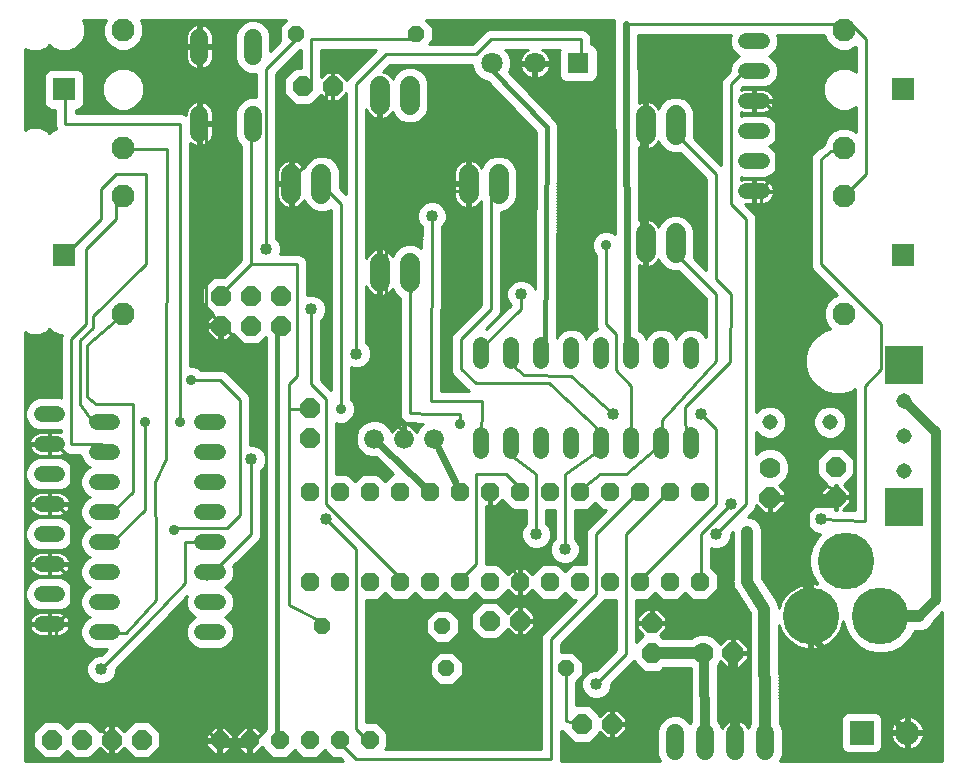
<source format=gbl>
G75*
G70*
%OFA0B0*%
%FSLAX24Y24*%
%IPPOS*%
%LPD*%
%AMOC8*
5,1,8,0,0,1.08239X$1,22.5*
%
%ADD10C,0.0768*%
%ADD11R,0.0768X0.0768*%
%ADD12R,0.0709X0.0709*%
%ADD13C,0.0709*%
%ADD14C,0.0650*%
%ADD15R,0.0800X0.0800*%
%ADD16C,0.0800*%
%ADD17C,0.0520*%
%ADD18C,0.0660*%
%ADD19C,0.1890*%
%ADD20OC8,0.0700*%
%ADD21C,0.0700*%
%ADD22OC8,0.0660*%
%ADD23OC8,0.0600*%
%ADD24C,0.0600*%
%ADD25OC8,0.0630*%
%ADD26C,0.0515*%
%ADD27OC8,0.0520*%
%ADD28R,0.1266X0.1266*%
%ADD29C,0.0240*%
%ADD30C,0.0100*%
%ADD31C,0.0320*%
%ADD32C,0.0160*%
%ADD33C,0.0400*%
%ADD34C,0.0400*%
%ADD35C,0.0360*%
D10*
X005081Y017511D03*
X005081Y021448D03*
X005081Y023023D03*
X005081Y026960D03*
X029096Y026960D03*
X029096Y023023D03*
X029096Y021448D03*
X029096Y017511D03*
D11*
X031065Y019480D03*
X031065Y024991D03*
X003112Y024991D03*
X003112Y019480D03*
D12*
X020253Y025869D03*
D13*
X018805Y025869D03*
X017357Y025869D03*
D14*
X014636Y025119D02*
X014636Y024470D01*
X013636Y024470D02*
X013636Y025119D01*
X011683Y022167D02*
X011683Y021517D01*
X010683Y021517D02*
X010683Y022167D01*
X013636Y019214D02*
X013636Y018564D01*
X014636Y018564D02*
X014636Y019214D01*
X016589Y021517D02*
X016589Y022167D01*
X017589Y022167D02*
X017589Y021517D01*
X022494Y020198D02*
X022494Y019549D01*
X023494Y019549D02*
X023494Y020198D01*
X023494Y023486D02*
X023494Y024135D01*
X022494Y024135D02*
X022494Y023486D01*
D15*
X029696Y003551D03*
D16*
X031214Y003551D03*
D17*
X024022Y012936D02*
X024022Y013456D01*
X023022Y013456D02*
X023022Y012936D01*
X022022Y012936D02*
X022022Y013456D01*
X021022Y013456D02*
X021022Y012936D01*
X020022Y012936D02*
X020022Y013456D01*
X019022Y013456D02*
X019022Y012936D01*
X018022Y012936D02*
X018022Y013456D01*
X017022Y013456D02*
X017022Y012936D01*
X017022Y015936D02*
X017022Y016456D01*
X018022Y016456D02*
X018022Y015936D01*
X019022Y015936D02*
X019022Y016456D01*
X020022Y016456D02*
X020022Y015936D01*
X021022Y015936D02*
X021022Y016456D01*
X022022Y016456D02*
X022022Y015936D01*
X023022Y015936D02*
X023022Y016456D01*
X024022Y016456D02*
X024022Y015936D01*
X025840Y021590D02*
X026360Y021590D01*
X026360Y022590D02*
X025840Y022590D01*
X025840Y023590D02*
X026360Y023590D01*
X026360Y024606D02*
X025840Y024606D01*
X025840Y025606D02*
X026360Y025606D01*
X026360Y026606D02*
X025840Y026606D01*
X008234Y013901D02*
X007714Y013901D01*
X007714Y012901D02*
X008234Y012901D01*
X008234Y011901D02*
X007714Y011901D01*
X007714Y010901D02*
X008234Y010901D01*
X008234Y009901D02*
X007714Y009901D01*
X007714Y008901D02*
X008234Y008901D01*
X008234Y007901D02*
X007714Y007901D01*
X007714Y006901D02*
X008234Y006901D01*
X004714Y006901D02*
X004194Y006901D01*
X002880Y007173D02*
X002360Y007173D01*
X002360Y008173D02*
X002880Y008173D01*
X002880Y009173D02*
X002360Y009173D01*
X002360Y010173D02*
X002880Y010173D01*
X002880Y011173D02*
X002360Y011173D01*
X002360Y012173D02*
X002880Y012173D01*
X002880Y013173D02*
X002360Y013173D01*
X002360Y014173D02*
X002880Y014173D01*
X004194Y013901D02*
X004714Y013901D01*
X004714Y012901D02*
X004194Y012901D01*
X004194Y011901D02*
X004714Y011901D01*
X004714Y010901D02*
X004194Y010901D01*
X004194Y009901D02*
X004714Y009901D01*
X004714Y008901D02*
X004194Y008901D01*
X004194Y007901D02*
X004714Y007901D01*
D18*
X013447Y013342D03*
X014447Y013342D03*
X015447Y013342D03*
D19*
X027998Y007432D03*
X030321Y007432D03*
X029179Y009283D03*
D20*
X026644Y011381D03*
X025411Y006208D03*
D21*
X024411Y006208D03*
X026644Y012381D03*
D22*
X028829Y012413D03*
X028829Y011413D03*
X022699Y007204D03*
X022699Y006204D03*
X021372Y003834D03*
X020372Y003834D03*
X018297Y007275D03*
X017297Y007275D03*
X011309Y013381D03*
X011309Y014381D03*
X010337Y017117D03*
X009337Y017117D03*
X009337Y018117D03*
X010337Y018117D03*
X008337Y018117D03*
X008337Y017117D03*
X011057Y025098D03*
X012057Y025098D03*
X005691Y003318D03*
X004691Y003318D03*
X003691Y003318D03*
X002691Y003318D03*
D23*
X008289Y003299D03*
X009289Y003299D03*
X010289Y003299D03*
X011289Y003299D03*
X012289Y003299D03*
X013289Y003299D03*
D24*
X023474Y003536D02*
X023474Y002936D01*
X024474Y002936D02*
X024474Y003536D01*
X025474Y003536D02*
X025474Y002936D01*
X026474Y002936D02*
X026474Y003536D01*
X009392Y023545D02*
X009392Y024145D01*
X007612Y024145D02*
X007612Y023545D01*
X007612Y026105D02*
X007612Y026705D01*
X009392Y026705D02*
X009392Y026105D01*
D25*
X011301Y011574D03*
X012301Y011574D03*
X013301Y011574D03*
X014301Y011574D03*
X015301Y011574D03*
X016301Y011574D03*
X017301Y011574D03*
X018301Y011574D03*
X019301Y011574D03*
X020301Y011574D03*
X021301Y011574D03*
X022301Y011574D03*
X023301Y011574D03*
X024301Y011574D03*
X024301Y008574D03*
X023301Y008574D03*
X022301Y008574D03*
X021301Y008574D03*
X020301Y008574D03*
X019301Y008574D03*
X018301Y008574D03*
X017301Y008574D03*
X016301Y008574D03*
X015301Y008574D03*
X014301Y008574D03*
X013301Y008574D03*
X012301Y008574D03*
X011301Y008574D03*
D26*
X026632Y013901D03*
X028632Y013901D03*
X031122Y013436D03*
X031122Y012255D03*
X031122Y014617D03*
D27*
X019848Y005692D03*
X015848Y005692D03*
X015722Y007098D03*
X011722Y007098D03*
X010840Y026850D03*
X014840Y026850D03*
D28*
X031122Y015799D03*
X031122Y011074D03*
D29*
X028840Y011157D02*
X028829Y011413D01*
X026644Y011381D01*
X027840Y011157D02*
X027840Y007657D01*
X027998Y007432D01*
X027998Y006766D01*
X031214Y003551D01*
X025411Y006208D02*
X025396Y006192D01*
X024435Y006232D02*
X024411Y006208D01*
X027840Y011157D02*
X028840Y011157D01*
X022022Y016196D02*
X021880Y016432D01*
X021840Y027157D01*
X015447Y013342D02*
X016301Y011574D01*
X015301Y011574D02*
X013447Y013342D01*
X009289Y003299D02*
X009148Y003157D01*
X008340Y003157D01*
D30*
X001790Y002607D02*
X001790Y016887D01*
X001987Y016805D01*
X002268Y016805D01*
X002528Y016913D01*
X002620Y017005D01*
X002712Y016913D01*
X002972Y016805D01*
X003034Y016805D01*
X003000Y016724D01*
X003000Y016589D01*
X003000Y014718D01*
X002989Y014723D01*
X002251Y014723D01*
X002048Y014639D01*
X001894Y014484D01*
X001810Y014282D01*
X001810Y014063D01*
X001894Y013861D01*
X002048Y013706D01*
X002251Y013623D01*
X002989Y013623D01*
X003000Y013627D01*
X003000Y013566D01*
X002962Y013583D01*
X002650Y013583D01*
X002650Y013203D01*
X002590Y013203D01*
X002590Y013583D01*
X002278Y013583D01*
X002128Y013520D01*
X002012Y013405D01*
X001950Y013254D01*
X001950Y013203D01*
X002590Y013203D01*
X002590Y013143D01*
X001950Y013143D01*
X001950Y013091D01*
X002012Y012940D01*
X002128Y012825D01*
X002278Y012763D01*
X002590Y012763D01*
X002590Y013142D01*
X002650Y013142D01*
X002650Y012763D01*
X002962Y012763D01*
X003112Y012825D01*
X003154Y012866D01*
X003273Y012817D01*
X003408Y012817D01*
X003644Y012817D01*
X003644Y012791D01*
X003728Y012589D01*
X003883Y012435D01*
X003964Y012401D01*
X003883Y012367D01*
X003728Y012212D01*
X003644Y012010D01*
X003644Y011791D01*
X003728Y011589D01*
X003883Y011435D01*
X003964Y011401D01*
X003883Y011367D01*
X003728Y011212D01*
X003644Y011010D01*
X003644Y010791D01*
X003728Y010589D01*
X003883Y010435D01*
X003964Y010401D01*
X003883Y010367D01*
X003728Y010212D01*
X003644Y010010D01*
X003644Y009791D01*
X003728Y009589D01*
X003883Y009435D01*
X003964Y009401D01*
X003883Y009367D01*
X003728Y009212D01*
X003644Y009010D01*
X003644Y008791D01*
X003728Y008589D01*
X003883Y008435D01*
X003964Y008401D01*
X003883Y008367D01*
X003728Y008212D01*
X003644Y008010D01*
X003644Y007791D01*
X003728Y007589D01*
X003883Y007435D01*
X003964Y007401D01*
X003883Y007367D01*
X003728Y007212D01*
X003644Y007010D01*
X003644Y006791D01*
X003728Y006589D01*
X003883Y006435D01*
X004085Y006351D01*
X004554Y006351D01*
X004350Y006147D01*
X004243Y006147D01*
X004063Y006072D01*
X003925Y005934D01*
X003850Y005754D01*
X003850Y005559D01*
X003925Y005379D01*
X004063Y005241D01*
X004243Y005167D01*
X004438Y005167D01*
X004618Y005241D01*
X004756Y005379D01*
X004830Y005559D01*
X004830Y005666D01*
X006036Y006872D01*
X006040Y006874D01*
X006085Y006920D01*
X006129Y006964D01*
X006130Y006968D01*
X007198Y008091D01*
X007164Y008010D01*
X007164Y007791D01*
X007248Y007589D01*
X007403Y007435D01*
X007484Y007401D01*
X007403Y007367D01*
X007248Y007212D01*
X007164Y007010D01*
X007164Y006791D01*
X007248Y006589D01*
X007403Y006435D01*
X007605Y006351D01*
X008344Y006351D01*
X008546Y006435D01*
X008701Y006589D01*
X008784Y006791D01*
X008784Y007010D01*
X008701Y007212D01*
X008546Y007367D01*
X008464Y007401D01*
X008546Y007435D01*
X008701Y007589D01*
X008784Y007791D01*
X008784Y008010D01*
X008701Y008212D01*
X008546Y008367D01*
X008464Y008401D01*
X008546Y008435D01*
X008701Y008589D01*
X008784Y008791D01*
X008784Y009010D01*
X008752Y009088D01*
X009629Y009964D01*
X009680Y010089D01*
X009680Y010224D01*
X009680Y012304D01*
X009756Y012379D01*
X009829Y012555D01*
X009829Y003672D01*
X009699Y003543D01*
X009699Y003525D01*
X009476Y003749D01*
X009339Y003749D01*
X009339Y003349D01*
X009239Y003349D01*
X009239Y003749D01*
X009103Y003749D01*
X008839Y003485D01*
X008839Y003349D01*
X009239Y003349D01*
X009239Y003249D01*
X008839Y003249D01*
X008839Y003112D01*
X009103Y002849D01*
X009239Y002849D01*
X009239Y003248D01*
X009339Y003248D01*
X009339Y002849D01*
X009476Y002849D01*
X009699Y003072D01*
X009699Y003054D01*
X010045Y002709D01*
X010534Y002709D01*
X010789Y002964D01*
X011045Y002709D01*
X011534Y002709D01*
X011789Y002964D01*
X012045Y002709D01*
X012308Y002709D01*
X012410Y002607D01*
X001790Y002607D01*
X001790Y002650D02*
X012367Y002650D01*
X012005Y002748D02*
X011573Y002748D01*
X011672Y002847D02*
X011907Y002847D01*
X011808Y002945D02*
X011770Y002945D01*
X012340Y003157D02*
X012289Y003299D01*
X012340Y003157D02*
X012840Y002657D01*
X019340Y002657D01*
X019340Y006657D01*
X020840Y008157D01*
X020840Y010157D01*
X022340Y011657D01*
X022301Y011574D01*
X021840Y012157D02*
X020970Y012157D01*
X020340Y011657D01*
X020301Y011574D01*
X020707Y011124D02*
X020895Y011124D01*
X020801Y011219D02*
X021051Y010969D01*
X021172Y010969D01*
X020552Y010349D01*
X020500Y010224D01*
X020500Y010089D01*
X020500Y009179D01*
X020051Y009179D01*
X019801Y008930D01*
X019552Y009179D01*
X019051Y009179D01*
X018702Y008831D01*
X018494Y009039D01*
X018331Y009039D01*
X018331Y008604D01*
X018271Y008604D01*
X018271Y009039D01*
X018109Y009039D01*
X017900Y008831D01*
X017552Y009179D01*
X017180Y009179D01*
X017180Y009224D01*
X017180Y011109D01*
X017271Y011109D01*
X017271Y011544D01*
X017331Y011544D01*
X017331Y011109D01*
X017494Y011109D01*
X017702Y011318D01*
X018051Y010969D01*
X018500Y010969D01*
X018500Y010510D01*
X018425Y010434D01*
X018350Y010254D01*
X018350Y010059D01*
X018425Y009879D01*
X018563Y009741D01*
X018743Y009667D01*
X018938Y009667D01*
X019118Y009741D01*
X019256Y009879D01*
X019330Y010059D01*
X019330Y010254D01*
X019256Y010434D01*
X019180Y010510D01*
X019180Y010969D01*
X019461Y010969D01*
X019461Y010010D01*
X019386Y009934D01*
X019311Y009754D01*
X019311Y009559D01*
X019386Y009379D01*
X019524Y009241D01*
X019704Y009167D01*
X019899Y009167D01*
X020079Y009241D01*
X020216Y009379D01*
X020291Y009559D01*
X020291Y009754D01*
X020216Y009934D01*
X020141Y010010D01*
X020141Y010969D01*
X020552Y010969D01*
X020801Y011219D01*
X020608Y011026D02*
X020994Y011026D01*
X021130Y010927D02*
X020141Y010927D01*
X020141Y010829D02*
X021032Y010829D01*
X020933Y010730D02*
X020141Y010730D01*
X020141Y010632D02*
X020834Y010632D01*
X020736Y010533D02*
X020141Y010533D01*
X020141Y010434D02*
X020637Y010434D01*
X020547Y010336D02*
X020141Y010336D01*
X020141Y010237D02*
X020506Y010237D01*
X020500Y010139D02*
X020141Y010139D01*
X020141Y010040D02*
X020500Y010040D01*
X020500Y009942D02*
X020209Y009942D01*
X020254Y009843D02*
X020500Y009843D01*
X020500Y009745D02*
X020291Y009745D01*
X020291Y009646D02*
X020500Y009646D01*
X020500Y009548D02*
X020286Y009548D01*
X020245Y009449D02*
X020500Y009449D01*
X020500Y009351D02*
X020188Y009351D01*
X020089Y009252D02*
X020500Y009252D01*
X020025Y009153D02*
X019577Y009153D01*
X019513Y009252D02*
X017180Y009252D01*
X017180Y009351D02*
X019414Y009351D01*
X019357Y009449D02*
X017180Y009449D01*
X017180Y009548D02*
X019316Y009548D01*
X019311Y009646D02*
X017180Y009646D01*
X017180Y009745D02*
X018560Y009745D01*
X018461Y009843D02*
X017180Y009843D01*
X017180Y009942D02*
X018399Y009942D01*
X018358Y010040D02*
X017180Y010040D01*
X017180Y010139D02*
X018350Y010139D01*
X018350Y010237D02*
X017180Y010237D01*
X017180Y010336D02*
X018384Y010336D01*
X018425Y010434D02*
X017180Y010434D01*
X017180Y010533D02*
X018500Y010533D01*
X018500Y010632D02*
X017180Y010632D01*
X017180Y010730D02*
X018500Y010730D01*
X018500Y010829D02*
X017180Y010829D01*
X017180Y010927D02*
X018500Y010927D01*
X019180Y010927D02*
X019461Y010927D01*
X019461Y010829D02*
X019180Y010829D01*
X019180Y010730D02*
X019461Y010730D01*
X019461Y010632D02*
X019180Y010632D01*
X019180Y010533D02*
X019461Y010533D01*
X019461Y010434D02*
X019256Y010434D01*
X019297Y010336D02*
X019461Y010336D01*
X019461Y010237D02*
X019330Y010237D01*
X019330Y010139D02*
X019461Y010139D01*
X019461Y010040D02*
X019323Y010040D01*
X019282Y009942D02*
X019393Y009942D01*
X019348Y009843D02*
X019220Y009843D01*
X019311Y009745D02*
X019121Y009745D01*
X018840Y010157D02*
X018840Y012157D01*
X018037Y012763D01*
X018022Y013196D01*
X017022Y013196D02*
X017037Y014614D01*
X015329Y014590D01*
X015368Y020775D01*
X014917Y020584D02*
X013180Y020584D01*
X013180Y020486D02*
X014964Y020486D01*
X014953Y020497D02*
X015026Y020424D01*
X015021Y019698D01*
X014984Y019735D01*
X014758Y019829D01*
X014513Y019829D01*
X014287Y019735D01*
X014115Y019562D01*
X014060Y019430D01*
X014038Y019483D01*
X013905Y019616D01*
X013730Y019689D01*
X013686Y019689D01*
X013686Y018939D01*
X013586Y018939D01*
X013586Y019689D01*
X013541Y019689D01*
X013367Y019616D01*
X013233Y019483D01*
X013180Y019355D01*
X013180Y024328D01*
X013233Y024201D01*
X013367Y024067D01*
X013541Y023995D01*
X013586Y023995D01*
X013586Y024744D01*
X013686Y024744D01*
X013686Y023995D01*
X013730Y023995D01*
X013905Y024067D01*
X014038Y024201D01*
X014060Y024253D01*
X014115Y024122D01*
X014287Y023949D01*
X014513Y023855D01*
X014758Y023855D01*
X014984Y023949D01*
X015157Y024122D01*
X015251Y024348D01*
X015251Y025242D01*
X015157Y025468D01*
X014984Y025641D01*
X014758Y025734D01*
X014513Y025734D01*
X014287Y025641D01*
X014115Y025468D01*
X014060Y025336D01*
X014038Y025388D01*
X013905Y025522D01*
X013750Y025586D01*
X013981Y025817D01*
X016713Y025817D01*
X016713Y025741D01*
X016811Y025504D01*
X016992Y025323D01*
X017229Y025225D01*
X017242Y025225D01*
X018824Y023576D01*
X018797Y018334D01*
X018756Y018434D01*
X018618Y018572D01*
X018438Y018647D01*
X018243Y018647D01*
X018063Y018572D01*
X017925Y018434D01*
X017850Y018254D01*
X017850Y018059D01*
X017925Y017879D01*
X018000Y017804D01*
X018000Y017801D01*
X017166Y016992D01*
X017159Y016995D01*
X017629Y017464D01*
X017680Y017589D01*
X017680Y017724D01*
X017680Y020902D01*
X017711Y020902D01*
X017937Y020996D01*
X018110Y021169D01*
X018203Y021395D01*
X018203Y022289D01*
X018110Y022515D01*
X017937Y022688D01*
X017711Y022781D01*
X017466Y022781D01*
X017240Y022688D01*
X017067Y022515D01*
X017013Y022383D01*
X016991Y022436D01*
X016857Y022569D01*
X016683Y022641D01*
X016638Y022641D01*
X016638Y021892D01*
X016539Y021892D01*
X016539Y022641D01*
X016494Y022641D01*
X016320Y022569D01*
X016186Y022436D01*
X016114Y022261D01*
X016114Y021892D01*
X016538Y021892D01*
X016538Y021792D01*
X016114Y021792D01*
X016114Y021423D01*
X016186Y021248D01*
X016320Y021115D01*
X016494Y021042D01*
X016539Y021042D01*
X016539Y021792D01*
X016638Y021792D01*
X016638Y021042D01*
X016683Y021042D01*
X016857Y021115D01*
X016991Y021248D01*
X017000Y021271D01*
X017000Y017798D01*
X016148Y016945D01*
X016052Y016849D01*
X016000Y016724D01*
X016000Y015717D01*
X015998Y015711D01*
X016000Y015650D01*
X016000Y015589D01*
X016003Y015582D01*
X016004Y015575D01*
X016029Y015520D01*
X016052Y015464D01*
X016057Y015459D01*
X016060Y015453D01*
X016105Y015411D01*
X016148Y015369D01*
X016154Y015366D01*
X016605Y014951D01*
X016608Y014948D01*
X015671Y014935D01*
X015706Y020420D01*
X015783Y020497D01*
X015858Y020677D01*
X015858Y020872D01*
X015783Y021053D01*
X015646Y021190D01*
X015465Y021265D01*
X015271Y021265D01*
X015090Y021190D01*
X014953Y021053D01*
X014878Y020872D01*
X014878Y020677D01*
X014953Y020497D01*
X015026Y020387D02*
X013180Y020387D01*
X013180Y020289D02*
X015025Y020289D01*
X015024Y020190D02*
X013180Y020190D01*
X013180Y020092D02*
X015024Y020092D01*
X015023Y019993D02*
X013180Y019993D01*
X013180Y019895D02*
X015022Y019895D01*
X015022Y019796D02*
X014837Y019796D01*
X014435Y019796D02*
X013180Y019796D01*
X013180Y019698D02*
X014250Y019698D01*
X014151Y019599D02*
X013922Y019599D01*
X014021Y019500D02*
X014089Y019500D01*
X013686Y019500D02*
X013586Y019500D01*
X013586Y019402D02*
X013686Y019402D01*
X013686Y019303D02*
X013586Y019303D01*
X013586Y019205D02*
X013686Y019205D01*
X013686Y019106D02*
X013586Y019106D01*
X013586Y019008D02*
X013686Y019008D01*
X013636Y018889D02*
X013840Y018657D01*
X013840Y014157D01*
X014340Y013657D01*
X014447Y013342D01*
X014485Y013381D02*
X014408Y013381D01*
X014408Y013822D01*
X014351Y013822D01*
X014175Y013749D01*
X014040Y013614D01*
X014023Y013572D01*
X013972Y013693D01*
X013798Y013867D01*
X013570Y013962D01*
X013323Y013962D01*
X013096Y013867D01*
X012921Y013693D01*
X012827Y013465D01*
X012827Y013219D01*
X012921Y012991D01*
X013096Y012816D01*
X013323Y012722D01*
X013503Y012722D01*
X014072Y012179D01*
X014051Y012179D01*
X013801Y011930D01*
X013552Y012179D01*
X013051Y012179D01*
X012801Y011930D01*
X012552Y012179D01*
X012180Y012179D01*
X012180Y013880D01*
X012247Y013852D01*
X012434Y013852D01*
X012607Y013924D01*
X012739Y014056D01*
X012810Y014229D01*
X012810Y014416D01*
X012739Y014588D01*
X012680Y014647D01*
X012680Y015725D01*
X012755Y015694D01*
X012950Y015694D01*
X013130Y015769D01*
X013268Y015907D01*
X013342Y016087D01*
X013342Y016282D01*
X013268Y016462D01*
X013188Y016542D01*
X013180Y017160D01*
X013180Y018423D01*
X013233Y018295D01*
X013367Y018162D01*
X013541Y018090D01*
X013586Y018090D01*
X013586Y018839D01*
X013686Y018839D01*
X013686Y018090D01*
X013730Y018090D01*
X013905Y018162D01*
X014038Y018295D01*
X014060Y018348D01*
X014115Y018216D01*
X014287Y018043D01*
X014292Y018041D01*
X014292Y014204D01*
X014289Y014144D01*
X014292Y014136D01*
X014292Y014129D01*
X014315Y014073D01*
X014335Y014016D01*
X014341Y014011D01*
X014344Y014004D01*
X014386Y013961D01*
X014427Y013917D01*
X014434Y013913D01*
X014439Y013908D01*
X014495Y013885D01*
X014549Y013860D01*
X014557Y013859D01*
X014564Y013856D01*
X014625Y013856D01*
X015065Y013837D01*
X014921Y013693D01*
X014871Y013572D01*
X014854Y013614D01*
X014719Y013749D01*
X014542Y013822D01*
X014485Y013822D01*
X014485Y013381D01*
X014485Y013391D02*
X014408Y013391D01*
X014408Y013489D02*
X014485Y013489D01*
X014485Y013588D02*
X014408Y013588D01*
X014408Y013686D02*
X014485Y013686D01*
X014485Y013785D02*
X014408Y013785D01*
X014498Y013884D02*
X013759Y013884D01*
X013880Y013785D02*
X014262Y013785D01*
X014112Y013686D02*
X013975Y013686D01*
X014016Y013588D02*
X014029Y013588D01*
X014365Y013982D02*
X012665Y013982D01*
X012749Y014081D02*
X014312Y014081D01*
X014291Y014179D02*
X012790Y014179D01*
X012810Y014278D02*
X014292Y014278D01*
X014292Y014376D02*
X012810Y014376D01*
X012786Y014475D02*
X014292Y014475D01*
X014292Y014573D02*
X012745Y014573D01*
X012680Y014672D02*
X014292Y014672D01*
X014292Y014770D02*
X012680Y014770D01*
X012680Y014869D02*
X014292Y014869D01*
X014292Y014967D02*
X012680Y014967D01*
X012680Y015066D02*
X014292Y015066D01*
X014292Y015165D02*
X012680Y015165D01*
X012680Y015263D02*
X014292Y015263D01*
X014292Y015362D02*
X012680Y015362D01*
X012680Y015460D02*
X014292Y015460D01*
X014292Y015559D02*
X012680Y015559D01*
X012680Y015657D02*
X014292Y015657D01*
X014292Y015756D02*
X013098Y015756D01*
X013215Y015854D02*
X014292Y015854D01*
X014292Y015953D02*
X013287Y015953D01*
X013328Y016051D02*
X014292Y016051D01*
X014292Y016150D02*
X013342Y016150D01*
X013342Y016249D02*
X014292Y016249D01*
X014292Y016347D02*
X013315Y016347D01*
X013274Y016446D02*
X014292Y016446D01*
X014292Y016544D02*
X013188Y016544D01*
X013187Y016643D02*
X014292Y016643D01*
X014292Y016741D02*
X013186Y016741D01*
X013184Y016840D02*
X014292Y016840D01*
X014292Y016938D02*
X013183Y016938D01*
X013182Y017037D02*
X014292Y017037D01*
X014292Y017135D02*
X013181Y017135D01*
X013180Y017234D02*
X014292Y017234D01*
X014292Y017333D02*
X013180Y017333D01*
X013180Y017431D02*
X014292Y017431D01*
X014292Y017530D02*
X013180Y017530D01*
X013180Y017628D02*
X014292Y017628D01*
X014292Y017727D02*
X013180Y017727D01*
X013180Y017825D02*
X014292Y017825D01*
X014292Y017924D02*
X013180Y017924D01*
X013180Y018022D02*
X014292Y018022D01*
X014210Y018121D02*
X013806Y018121D01*
X013686Y018121D02*
X013586Y018121D01*
X013586Y018219D02*
X013686Y018219D01*
X013686Y018318D02*
X013586Y018318D01*
X013586Y018416D02*
X013686Y018416D01*
X013686Y018515D02*
X013586Y018515D01*
X013586Y018614D02*
X013686Y018614D01*
X013686Y018712D02*
X013586Y018712D01*
X013586Y018811D02*
X013686Y018811D01*
X013636Y018889D02*
X013840Y019157D01*
X013821Y021606D01*
X016289Y021606D01*
X016340Y021657D01*
X016589Y021842D01*
X016538Y021866D02*
X013180Y021866D01*
X013180Y021964D02*
X016114Y021964D01*
X016114Y022063D02*
X013180Y022063D01*
X013180Y022161D02*
X016114Y022161D01*
X016114Y022260D02*
X013180Y022260D01*
X013180Y022358D02*
X016154Y022358D01*
X016207Y022457D02*
X013180Y022457D01*
X013180Y022555D02*
X016306Y022555D01*
X016539Y022555D02*
X016638Y022555D01*
X016638Y022457D02*
X016539Y022457D01*
X016539Y022358D02*
X016638Y022358D01*
X016638Y022260D02*
X016539Y022260D01*
X016539Y022161D02*
X016638Y022161D01*
X016638Y022063D02*
X016539Y022063D01*
X016539Y021964D02*
X016638Y021964D01*
X016638Y021767D02*
X016539Y021767D01*
X016539Y021668D02*
X016638Y021668D01*
X016638Y021570D02*
X016539Y021570D01*
X016539Y021471D02*
X016638Y021471D01*
X016638Y021373D02*
X016539Y021373D01*
X016539Y021274D02*
X016638Y021274D01*
X016638Y021176D02*
X016539Y021176D01*
X016539Y021077D02*
X016638Y021077D01*
X016767Y021077D02*
X017000Y021077D01*
X017000Y020979D02*
X015814Y020979D01*
X015855Y020880D02*
X017000Y020880D01*
X017000Y020782D02*
X015858Y020782D01*
X015858Y020683D02*
X017000Y020683D01*
X017000Y020584D02*
X015819Y020584D01*
X015772Y020486D02*
X017000Y020486D01*
X017000Y020387D02*
X015706Y020387D01*
X015705Y020289D02*
X017000Y020289D01*
X017000Y020190D02*
X015704Y020190D01*
X015704Y020092D02*
X017000Y020092D01*
X017000Y019993D02*
X015703Y019993D01*
X015702Y019895D02*
X017000Y019895D01*
X017000Y019796D02*
X015702Y019796D01*
X015701Y019698D02*
X017000Y019698D01*
X017000Y019599D02*
X015701Y019599D01*
X015700Y019500D02*
X017000Y019500D01*
X017000Y019402D02*
X015699Y019402D01*
X015699Y019303D02*
X017000Y019303D01*
X017000Y019205D02*
X015698Y019205D01*
X015697Y019106D02*
X017000Y019106D01*
X017000Y019008D02*
X015697Y019008D01*
X015696Y018909D02*
X017000Y018909D01*
X017000Y018811D02*
X015695Y018811D01*
X015695Y018712D02*
X017000Y018712D01*
X017000Y018614D02*
X015694Y018614D01*
X015694Y018515D02*
X017000Y018515D01*
X017000Y018416D02*
X015693Y018416D01*
X015692Y018318D02*
X017000Y018318D01*
X017000Y018219D02*
X015692Y018219D01*
X015691Y018121D02*
X017000Y018121D01*
X017000Y018022D02*
X015690Y018022D01*
X015690Y017924D02*
X017000Y017924D01*
X017000Y017825D02*
X015689Y017825D01*
X015689Y017727D02*
X016930Y017727D01*
X016831Y017628D02*
X015688Y017628D01*
X015687Y017530D02*
X016732Y017530D01*
X016634Y017431D02*
X015687Y017431D01*
X015686Y017333D02*
X016535Y017333D01*
X016437Y017234D02*
X015685Y017234D01*
X015685Y017135D02*
X016338Y017135D01*
X016240Y017037D02*
X015684Y017037D01*
X015684Y016938D02*
X016141Y016938D01*
X016048Y016840D02*
X015683Y016840D01*
X015682Y016741D02*
X016007Y016741D01*
X016000Y016643D02*
X015682Y016643D01*
X015681Y016544D02*
X016000Y016544D01*
X016000Y016446D02*
X015680Y016446D01*
X015680Y016347D02*
X016000Y016347D01*
X016000Y016249D02*
X015679Y016249D01*
X015679Y016150D02*
X016000Y016150D01*
X016000Y016051D02*
X015678Y016051D01*
X015677Y015953D02*
X016000Y015953D01*
X016000Y015854D02*
X015677Y015854D01*
X015676Y015756D02*
X016000Y015756D01*
X016000Y015657D02*
X015675Y015657D01*
X015675Y015559D02*
X016011Y015559D01*
X016056Y015460D02*
X015674Y015460D01*
X015674Y015362D02*
X016159Y015362D01*
X016266Y015263D02*
X015673Y015263D01*
X015672Y015165D02*
X016373Y015165D01*
X016480Y015066D02*
X015672Y015066D01*
X015671Y014967D02*
X016587Y014967D01*
X016840Y015196D02*
X019262Y015196D01*
X021037Y013539D01*
X021037Y013039D01*
X021022Y013196D01*
X021037Y013039D02*
X019801Y012157D01*
X019801Y009657D01*
X019676Y009055D02*
X019926Y009055D01*
X019828Y008956D02*
X019774Y008956D01*
X019025Y009153D02*
X017577Y009153D01*
X017676Y009055D02*
X018926Y009055D01*
X018828Y008956D02*
X018576Y008956D01*
X018675Y008858D02*
X018729Y008858D01*
X018331Y008858D02*
X018271Y008858D01*
X018271Y008956D02*
X018331Y008956D01*
X018331Y008759D02*
X018271Y008759D01*
X018271Y008661D02*
X018331Y008661D01*
X018301Y008574D02*
X018065Y009011D01*
X018065Y011011D01*
X017380Y010988D01*
X017301Y011574D01*
X017271Y011518D02*
X017331Y011518D01*
X017331Y011420D02*
X017271Y011420D01*
X017271Y011321D02*
X017331Y011321D01*
X017331Y011223D02*
X017271Y011223D01*
X017271Y011124D02*
X017331Y011124D01*
X017509Y011124D02*
X017895Y011124D01*
X017797Y011223D02*
X017607Y011223D01*
X017994Y011026D02*
X017180Y011026D01*
X018301Y011574D02*
X018340Y011657D01*
X017840Y012157D01*
X016840Y012157D01*
X016840Y009157D01*
X016340Y008657D01*
X016301Y008574D01*
X015852Y008168D02*
X015750Y008168D01*
X015801Y008219D02*
X016051Y007969D01*
X016552Y007969D01*
X016801Y008219D01*
X017051Y007969D01*
X017552Y007969D01*
X017900Y008318D01*
X018109Y008109D01*
X018271Y008109D01*
X018271Y008544D01*
X018331Y008544D01*
X018331Y008109D01*
X018494Y008109D01*
X018702Y008318D01*
X019051Y007969D01*
X019552Y007969D01*
X019801Y008219D01*
X020051Y007969D01*
X020172Y007969D01*
X019052Y006849D01*
X019000Y006724D01*
X019000Y006589D01*
X019000Y002997D01*
X013822Y002997D01*
X013879Y003054D01*
X013879Y003543D01*
X013534Y003889D01*
X013180Y003889D01*
X013180Y007969D01*
X013552Y007969D01*
X013801Y008219D01*
X014051Y007969D01*
X014552Y007969D01*
X014801Y008219D01*
X015051Y007969D01*
X015552Y007969D01*
X015801Y008219D01*
X015652Y008069D02*
X015950Y008069D01*
X016049Y007971D02*
X015553Y007971D01*
X015495Y007648D02*
X015172Y007326D01*
X015172Y006870D01*
X015495Y006548D01*
X015950Y006548D01*
X016272Y006870D01*
X016272Y007326D01*
X015950Y007648D01*
X015495Y007648D01*
X015424Y007577D02*
X013180Y007577D01*
X013180Y007675D02*
X016821Y007675D01*
X016919Y007774D02*
X013180Y007774D01*
X013180Y007872D02*
X017018Y007872D01*
X017040Y007895D02*
X016677Y007532D01*
X016677Y007018D01*
X017040Y006655D01*
X017554Y006655D01*
X017896Y006997D01*
X018098Y006795D01*
X018267Y006795D01*
X018267Y007245D01*
X018327Y007245D01*
X018327Y006795D01*
X018496Y006795D01*
X018777Y007076D01*
X018777Y007245D01*
X018327Y007245D01*
X018327Y007305D01*
X018267Y007305D01*
X018267Y007755D01*
X018098Y007755D01*
X017896Y007553D01*
X017554Y007895D01*
X017040Y007895D01*
X017049Y007971D02*
X016553Y007971D01*
X016652Y008069D02*
X016950Y008069D01*
X016852Y008168D02*
X016750Y008168D01*
X016722Y007577D02*
X016021Y007577D01*
X016120Y007478D02*
X016677Y007478D01*
X016677Y007380D02*
X016218Y007380D01*
X016272Y007281D02*
X016677Y007281D01*
X016677Y007183D02*
X016272Y007183D01*
X016272Y007084D02*
X016677Y007084D01*
X016710Y006985D02*
X016272Y006985D01*
X016272Y006887D02*
X016808Y006887D01*
X016907Y006788D02*
X016191Y006788D01*
X016092Y006690D02*
X017005Y006690D01*
X017589Y006690D02*
X019000Y006690D01*
X019000Y006591D02*
X015994Y006591D01*
X016076Y006242D02*
X015621Y006242D01*
X015298Y005920D01*
X015298Y005464D01*
X015621Y005142D01*
X016076Y005142D01*
X016398Y005464D01*
X016398Y005920D01*
X016076Y006242D01*
X016121Y006197D02*
X019000Y006197D01*
X019000Y006099D02*
X016220Y006099D01*
X016318Y006000D02*
X019000Y006000D01*
X019000Y005901D02*
X016398Y005901D01*
X016398Y005803D02*
X019000Y005803D01*
X019000Y005704D02*
X016398Y005704D01*
X016398Y005606D02*
X019000Y005606D01*
X019000Y005507D02*
X016398Y005507D01*
X016343Y005409D02*
X019000Y005409D01*
X019000Y005310D02*
X016244Y005310D01*
X016146Y005212D02*
X019000Y005212D01*
X019000Y005113D02*
X013180Y005113D01*
X013180Y005015D02*
X019000Y005015D01*
X019000Y004916D02*
X013180Y004916D01*
X013180Y004818D02*
X019000Y004818D01*
X019000Y004719D02*
X013180Y004719D01*
X013180Y004620D02*
X019000Y004620D01*
X019000Y004522D02*
X013180Y004522D01*
X013180Y004423D02*
X019000Y004423D01*
X019000Y004325D02*
X013180Y004325D01*
X013180Y004226D02*
X019000Y004226D01*
X019000Y004128D02*
X013180Y004128D01*
X013180Y004029D02*
X019000Y004029D01*
X019000Y003931D02*
X013180Y003931D01*
X013590Y003832D02*
X019000Y003832D01*
X019000Y003734D02*
X013689Y003734D01*
X013787Y003635D02*
X019000Y003635D01*
X019000Y003536D02*
X013879Y003536D01*
X013879Y003438D02*
X019000Y003438D01*
X019000Y003339D02*
X013879Y003339D01*
X013879Y003241D02*
X019000Y003241D01*
X019000Y003142D02*
X013879Y003142D01*
X013869Y003044D02*
X019000Y003044D01*
X019680Y003044D02*
X022884Y003044D01*
X022884Y003142D02*
X019680Y003142D01*
X019680Y003241D02*
X020088Y003241D01*
X020115Y003214D02*
X020629Y003214D01*
X020971Y003556D01*
X021173Y003354D01*
X021342Y003354D01*
X021342Y003804D01*
X021402Y003804D01*
X021402Y003864D01*
X021852Y003864D01*
X021852Y004033D01*
X021571Y004314D01*
X021402Y004314D01*
X021402Y003864D01*
X021342Y003864D01*
X021342Y004314D01*
X021173Y004314D01*
X020971Y004112D01*
X020629Y004454D01*
X020183Y004454D01*
X020181Y005248D01*
X020398Y005464D01*
X020398Y005920D01*
X020076Y006242D01*
X019680Y006242D01*
X019680Y006516D01*
X021033Y007869D01*
X021129Y007964D01*
X021131Y007969D01*
X021500Y007969D01*
X021500Y006298D01*
X020850Y005647D01*
X020743Y005647D01*
X020563Y005572D01*
X020425Y005434D01*
X020350Y005254D01*
X020350Y005059D01*
X020425Y004879D01*
X020563Y004741D01*
X020743Y004667D01*
X020938Y004667D01*
X021118Y004741D01*
X021256Y004879D01*
X021330Y005059D01*
X021330Y005166D01*
X022033Y005869D01*
X022095Y005931D01*
X022442Y005584D01*
X022956Y005584D01*
X023086Y005715D01*
X023992Y005717D01*
X024015Y003911D01*
X023974Y003870D01*
X023809Y004036D01*
X023592Y004126D01*
X023357Y004126D01*
X023140Y004036D01*
X022974Y003870D01*
X022884Y003653D01*
X022884Y002818D01*
X022972Y002607D01*
X019680Y002607D01*
X019680Y003620D01*
X019689Y003617D01*
X019723Y003596D01*
X019751Y003591D01*
X019752Y003591D01*
X019752Y003577D01*
X020115Y003214D01*
X019990Y003339D02*
X019680Y003339D01*
X019680Y003438D02*
X019891Y003438D01*
X019793Y003536D02*
X019680Y003536D01*
X019844Y003921D02*
X020372Y003834D01*
X019844Y003921D02*
X019840Y005657D01*
X019848Y005692D01*
X020244Y005310D02*
X020374Y005310D01*
X020350Y005212D02*
X020181Y005212D01*
X020182Y005113D02*
X020350Y005113D01*
X020369Y005015D02*
X020182Y005015D01*
X020182Y004916D02*
X020410Y004916D01*
X020487Y004818D02*
X020182Y004818D01*
X020183Y004719D02*
X020617Y004719D01*
X020659Y004423D02*
X024009Y004423D01*
X024010Y004325D02*
X020758Y004325D01*
X020856Y004226D02*
X021085Y004226D01*
X020987Y004128D02*
X020955Y004128D01*
X021342Y004128D02*
X021402Y004128D01*
X021402Y004226D02*
X021342Y004226D01*
X021342Y004029D02*
X021402Y004029D01*
X021402Y003931D02*
X021342Y003931D01*
X021402Y003832D02*
X022959Y003832D01*
X022918Y003734D02*
X021852Y003734D01*
X021852Y003804D02*
X021852Y003635D01*
X021571Y003354D01*
X021402Y003354D01*
X021402Y003804D01*
X021852Y003804D01*
X021852Y003931D02*
X023035Y003931D01*
X023134Y004029D02*
X021852Y004029D01*
X021757Y004128D02*
X024013Y004128D01*
X024011Y004226D02*
X021658Y004226D01*
X021402Y003734D02*
X021342Y003734D01*
X021342Y003635D02*
X021402Y003635D01*
X021402Y003536D02*
X021342Y003536D01*
X021342Y003438D02*
X021402Y003438D01*
X021655Y003438D02*
X022884Y003438D01*
X022884Y003536D02*
X021753Y003536D01*
X021852Y003635D02*
X022884Y003635D01*
X022884Y003339D02*
X020754Y003339D01*
X020656Y003241D02*
X022884Y003241D01*
X022884Y002945D02*
X019680Y002945D01*
X019680Y002847D02*
X022884Y002847D01*
X022913Y002748D02*
X019680Y002748D01*
X019680Y002650D02*
X022954Y002650D01*
X023914Y003931D02*
X024015Y003931D01*
X024014Y004029D02*
X023815Y004029D01*
X024007Y004522D02*
X020183Y004522D01*
X020183Y004620D02*
X024006Y004620D01*
X024005Y004719D02*
X021064Y004719D01*
X021194Y004818D02*
X024004Y004818D01*
X024002Y004916D02*
X021271Y004916D01*
X021312Y005015D02*
X024001Y005015D01*
X024000Y005113D02*
X021330Y005113D01*
X021376Y005212D02*
X023998Y005212D01*
X023997Y005310D02*
X021475Y005310D01*
X021573Y005409D02*
X023996Y005409D01*
X023994Y005507D02*
X021672Y005507D01*
X021770Y005606D02*
X022420Y005606D01*
X022322Y005704D02*
X021869Y005704D01*
X021967Y005803D02*
X022223Y005803D01*
X022125Y005901D02*
X022066Y005901D01*
X021840Y006157D02*
X021840Y010157D01*
X023340Y011657D01*
X023301Y011574D01*
X021840Y012157D02*
X023037Y013196D01*
X023022Y013196D01*
X023037Y013196D02*
X023037Y013972D01*
X024840Y015932D01*
X024840Y018157D01*
X023340Y019657D01*
X023494Y019873D01*
X022918Y019332D02*
X022973Y019200D01*
X023146Y019027D01*
X023372Y018934D01*
X023583Y018934D01*
X024500Y018016D01*
X024500Y016737D01*
X024488Y016768D01*
X024333Y016922D01*
X024131Y017006D01*
X023912Y017006D01*
X023710Y016922D01*
X023555Y016768D01*
X023522Y016686D01*
X023488Y016768D01*
X023333Y016922D01*
X023131Y017006D01*
X022912Y017006D01*
X022710Y016922D01*
X022555Y016768D01*
X022522Y016686D01*
X022488Y016768D01*
X022333Y016922D01*
X022288Y016941D01*
X022280Y019123D01*
X022400Y019074D01*
X022444Y019074D01*
X022444Y019823D01*
X022544Y019823D01*
X022544Y019074D01*
X022588Y019074D01*
X022763Y019146D01*
X022896Y019280D01*
X022918Y019332D01*
X022906Y019303D02*
X022930Y019303D01*
X022971Y019205D02*
X022822Y019205D01*
X022667Y019106D02*
X023067Y019106D01*
X023193Y019008D02*
X022280Y019008D01*
X022280Y019106D02*
X022321Y019106D01*
X022444Y019106D02*
X022544Y019106D01*
X022544Y019205D02*
X022444Y019205D01*
X022444Y019303D02*
X022544Y019303D01*
X022544Y019402D02*
X022444Y019402D01*
X022444Y019500D02*
X022544Y019500D01*
X022544Y019599D02*
X022444Y019599D01*
X022444Y019698D02*
X022544Y019698D01*
X022544Y019796D02*
X022444Y019796D01*
X022494Y019873D02*
X022340Y020157D01*
X022340Y023657D01*
X022494Y023810D01*
X022544Y023760D02*
X022544Y023011D01*
X022588Y023011D01*
X022763Y023083D01*
X022896Y023217D01*
X022918Y023269D01*
X022973Y023137D01*
X023146Y022964D01*
X023372Y022871D01*
X023616Y022871D01*
X023637Y022879D01*
X024500Y022016D01*
X024500Y018978D01*
X024092Y019386D01*
X024109Y019426D01*
X024109Y020320D01*
X024015Y020546D01*
X023842Y020719D01*
X023616Y020813D01*
X023372Y020813D01*
X023146Y020719D01*
X022973Y020546D01*
X022918Y020415D01*
X022896Y020467D01*
X022763Y020601D01*
X022588Y020673D01*
X022544Y020673D01*
X022544Y019924D01*
X022444Y019924D01*
X022444Y020673D01*
X022400Y020673D01*
X022274Y020621D01*
X022265Y023066D01*
X022400Y023011D01*
X022444Y023011D01*
X022444Y023760D01*
X022544Y023760D01*
X022544Y023738D02*
X022444Y023738D01*
X022444Y023639D02*
X022544Y023639D01*
X022544Y023541D02*
X022444Y023541D01*
X022444Y023442D02*
X022544Y023442D01*
X022544Y023344D02*
X022444Y023344D01*
X022444Y023245D02*
X022544Y023245D01*
X022544Y023147D02*
X022444Y023147D01*
X022444Y023048D02*
X022544Y023048D01*
X022678Y023048D02*
X023062Y023048D01*
X022969Y023147D02*
X022826Y023147D01*
X022908Y023245D02*
X022928Y023245D01*
X023182Y022949D02*
X022266Y022949D01*
X022266Y022851D02*
X023666Y022851D01*
X023764Y022752D02*
X022267Y022752D01*
X022267Y022654D02*
X023863Y022654D01*
X023961Y022555D02*
X022267Y022555D01*
X022268Y022457D02*
X024060Y022457D01*
X024158Y022358D02*
X022268Y022358D01*
X022268Y022260D02*
X024257Y022260D01*
X024355Y022161D02*
X022269Y022161D01*
X022269Y022063D02*
X024454Y022063D01*
X024500Y021964D02*
X022269Y021964D01*
X022270Y021866D02*
X024500Y021866D01*
X024500Y021767D02*
X022270Y021767D01*
X022271Y021668D02*
X024500Y021668D01*
X024500Y021570D02*
X022271Y021570D01*
X022271Y021471D02*
X024500Y021471D01*
X024500Y021373D02*
X022272Y021373D01*
X022272Y021274D02*
X024500Y021274D01*
X024500Y021176D02*
X022272Y021176D01*
X022273Y021077D02*
X024500Y021077D01*
X024500Y020979D02*
X022273Y020979D01*
X022273Y020880D02*
X024500Y020880D01*
X024500Y020782D02*
X023692Y020782D01*
X023879Y020683D02*
X024500Y020683D01*
X024500Y020584D02*
X023977Y020584D01*
X024040Y020486D02*
X024500Y020486D01*
X024500Y020387D02*
X024081Y020387D01*
X024109Y020289D02*
X024500Y020289D01*
X024500Y020190D02*
X024109Y020190D01*
X024109Y020092D02*
X024500Y020092D01*
X024500Y019993D02*
X024109Y019993D01*
X024109Y019895D02*
X024500Y019895D01*
X024500Y019796D02*
X024109Y019796D01*
X024109Y019698D02*
X024500Y019698D01*
X024500Y019599D02*
X024109Y019599D01*
X024109Y019500D02*
X024500Y019500D01*
X024500Y019402D02*
X024099Y019402D01*
X024175Y019303D02*
X024500Y019303D01*
X024500Y019205D02*
X024273Y019205D01*
X024372Y019106D02*
X024500Y019106D01*
X024500Y019008D02*
X024470Y019008D01*
X024840Y018657D02*
X025340Y018157D01*
X025301Y015893D01*
X023801Y014393D01*
X023840Y013157D01*
X024022Y013196D01*
X024840Y013657D02*
X024840Y011157D01*
X022340Y008657D01*
X022301Y008574D01*
X022750Y008168D02*
X022852Y008168D01*
X022801Y008219D02*
X023051Y007969D01*
X023552Y007969D01*
X023801Y008219D01*
X024051Y007969D01*
X024552Y007969D01*
X024906Y008324D01*
X024906Y008825D01*
X024680Y009050D01*
X024680Y009693D01*
X024743Y009667D01*
X024938Y009667D01*
X025118Y009741D01*
X025256Y009879D01*
X025330Y010059D01*
X025330Y010166D01*
X025394Y010229D01*
X025394Y008633D01*
X025384Y008592D01*
X025394Y008537D01*
X025394Y008481D01*
X025410Y008441D01*
X025417Y008399D01*
X025447Y008352D01*
X025468Y008301D01*
X025499Y008270D01*
X025957Y007542D01*
X025980Y003876D01*
X025974Y003870D01*
X025899Y003687D01*
X025856Y003790D01*
X025729Y003917D01*
X025564Y003986D01*
X025524Y003986D01*
X025524Y003286D01*
X025424Y003286D01*
X025424Y003986D01*
X025385Y003986D01*
X025219Y003917D01*
X025093Y003790D01*
X025050Y003687D01*
X024974Y003870D01*
X024915Y003929D01*
X024891Y005782D01*
X024954Y005845D01*
X024987Y005925D01*
X025204Y005708D01*
X025381Y005708D01*
X025381Y006178D01*
X025441Y006178D01*
X025441Y005708D01*
X025618Y005708D01*
X025911Y006001D01*
X025911Y006178D01*
X025442Y006178D01*
X025442Y006238D01*
X025911Y006238D01*
X025911Y006415D01*
X025618Y006708D01*
X025441Y006708D01*
X025441Y006238D01*
X025381Y006238D01*
X025381Y006708D01*
X025204Y006708D01*
X024987Y006491D01*
X024954Y006571D01*
X024774Y006751D01*
X024539Y006848D01*
X024284Y006848D01*
X024049Y006751D01*
X023995Y006697D01*
X023085Y006695D01*
X022976Y006803D01*
X023179Y007005D01*
X023179Y007174D01*
X022729Y007174D01*
X022729Y007234D01*
X023179Y007234D01*
X023179Y007403D01*
X022898Y007684D01*
X022729Y007684D01*
X022729Y007234D01*
X022669Y007234D01*
X022669Y007684D01*
X022500Y007684D01*
X022219Y007403D01*
X022219Y007234D01*
X022668Y007234D01*
X022668Y007174D01*
X022219Y007174D01*
X022219Y007005D01*
X022421Y006803D01*
X022180Y006563D01*
X022180Y007969D01*
X022552Y007969D01*
X022801Y008219D01*
X022652Y008069D02*
X022950Y008069D01*
X023049Y007971D02*
X022553Y007971D01*
X022491Y007675D02*
X022180Y007675D01*
X022180Y007577D02*
X022393Y007577D01*
X022294Y007478D02*
X022180Y007478D01*
X022180Y007380D02*
X022219Y007380D01*
X022219Y007281D02*
X022180Y007281D01*
X022180Y007183D02*
X022668Y007183D01*
X022729Y007183D02*
X025960Y007183D01*
X025959Y007281D02*
X023179Y007281D01*
X023179Y007380D02*
X025958Y007380D01*
X025958Y007478D02*
X023103Y007478D01*
X023005Y007577D02*
X025935Y007577D01*
X025873Y007675D02*
X022906Y007675D01*
X022729Y007675D02*
X022669Y007675D01*
X022669Y007577D02*
X022729Y007577D01*
X022729Y007478D02*
X022669Y007478D01*
X022669Y007380D02*
X022729Y007380D01*
X022729Y007281D02*
X022669Y007281D01*
X022219Y007084D02*
X022180Y007084D01*
X022180Y006985D02*
X022239Y006985D01*
X022180Y006887D02*
X022337Y006887D01*
X022406Y006788D02*
X022180Y006788D01*
X022180Y006690D02*
X022308Y006690D01*
X022209Y006591D02*
X022180Y006591D01*
X021840Y006157D02*
X020840Y005157D01*
X020498Y005507D02*
X020398Y005507D01*
X020398Y005606D02*
X020644Y005606D01*
X020398Y005704D02*
X020907Y005704D01*
X021006Y005803D02*
X020398Y005803D01*
X020398Y005901D02*
X021104Y005901D01*
X021203Y006000D02*
X020318Y006000D01*
X020220Y006099D02*
X021301Y006099D01*
X021400Y006197D02*
X020121Y006197D01*
X019680Y006296D02*
X021499Y006296D01*
X021500Y006394D02*
X019680Y006394D01*
X019680Y006493D02*
X021500Y006493D01*
X021500Y006591D02*
X019756Y006591D01*
X019854Y006690D02*
X021500Y006690D01*
X021500Y006788D02*
X019953Y006788D01*
X020051Y006887D02*
X021500Y006887D01*
X021500Y006985D02*
X020150Y006985D01*
X020248Y007084D02*
X021500Y007084D01*
X021500Y007183D02*
X020347Y007183D01*
X020446Y007281D02*
X021500Y007281D01*
X021500Y007380D02*
X020544Y007380D01*
X020643Y007478D02*
X021500Y007478D01*
X021500Y007577D02*
X020741Y007577D01*
X020840Y007675D02*
X021500Y007675D01*
X021500Y007774D02*
X020938Y007774D01*
X021037Y007872D02*
X021500Y007872D01*
X022180Y007872D02*
X025749Y007872D01*
X025811Y007774D02*
X022180Y007774D01*
X023179Y007084D02*
X025960Y007084D01*
X025961Y006985D02*
X023159Y006985D01*
X023060Y006887D02*
X025961Y006887D01*
X025962Y006788D02*
X024683Y006788D01*
X024835Y006690D02*
X025186Y006690D01*
X025088Y006591D02*
X024933Y006591D01*
X024986Y006493D02*
X024989Y006493D01*
X025381Y006493D02*
X025441Y006493D01*
X025441Y006591D02*
X025381Y006591D01*
X025381Y006690D02*
X025441Y006690D01*
X025637Y006690D02*
X025963Y006690D01*
X025963Y006591D02*
X025735Y006591D01*
X025834Y006493D02*
X025964Y006493D01*
X025965Y006394D02*
X025911Y006394D01*
X025911Y006296D02*
X025965Y006296D01*
X025966Y006197D02*
X025442Y006197D01*
X025441Y006099D02*
X025381Y006099D01*
X025381Y006000D02*
X025441Y006000D01*
X025441Y005901D02*
X025381Y005901D01*
X025381Y005803D02*
X025441Y005803D01*
X025713Y005803D02*
X025968Y005803D01*
X025968Y005901D02*
X025812Y005901D01*
X025910Y006000D02*
X025967Y006000D01*
X025966Y006099D02*
X025911Y006099D01*
X025441Y006296D02*
X025381Y006296D01*
X025381Y006394D02*
X025441Y006394D01*
X025011Y005901D02*
X024977Y005901D01*
X024911Y005803D02*
X025109Y005803D01*
X024892Y005704D02*
X025969Y005704D01*
X025969Y005606D02*
X024893Y005606D01*
X024894Y005507D02*
X025970Y005507D01*
X025971Y005409D02*
X024896Y005409D01*
X024897Y005310D02*
X025971Y005310D01*
X025972Y005212D02*
X024898Y005212D01*
X024900Y005113D02*
X025973Y005113D01*
X025973Y005015D02*
X024901Y005015D01*
X024902Y004916D02*
X025974Y004916D01*
X025974Y004818D02*
X024904Y004818D01*
X024905Y004719D02*
X025975Y004719D01*
X025976Y004620D02*
X024906Y004620D01*
X024907Y004522D02*
X025976Y004522D01*
X025977Y004423D02*
X024909Y004423D01*
X024910Y004325D02*
X025977Y004325D01*
X025978Y004226D02*
X024911Y004226D01*
X024913Y004128D02*
X025979Y004128D01*
X025979Y004029D02*
X024914Y004029D01*
X024915Y003931D02*
X025252Y003931D01*
X025134Y003832D02*
X024990Y003832D01*
X025031Y003734D02*
X025069Y003734D01*
X025424Y003734D02*
X025524Y003734D01*
X025524Y003832D02*
X025424Y003832D01*
X025424Y003931D02*
X025524Y003931D01*
X025696Y003931D02*
X025980Y003931D01*
X025959Y003832D02*
X025814Y003832D01*
X025879Y003734D02*
X025918Y003734D01*
X025524Y003635D02*
X025424Y003635D01*
X025424Y003536D02*
X025524Y003536D01*
X025524Y003438D02*
X025424Y003438D01*
X025424Y003339D02*
X025524Y003339D01*
X026960Y003884D02*
X026940Y007151D01*
X026978Y007010D01*
X027122Y006760D01*
X027326Y006556D01*
X027575Y006412D01*
X027854Y006338D01*
X027948Y006338D01*
X027948Y007382D01*
X028048Y007382D01*
X028048Y006338D01*
X028142Y006338D01*
X028421Y006412D01*
X028670Y006556D01*
X028874Y006760D01*
X029018Y007010D01*
X029087Y007266D01*
X029170Y006956D01*
X029333Y006674D01*
X029563Y006444D01*
X029844Y006282D01*
X030158Y006198D01*
X030483Y006198D01*
X030797Y006282D01*
X031079Y006444D01*
X031309Y006674D01*
X031464Y006942D01*
X031714Y006942D01*
X031894Y007017D01*
X032031Y007155D01*
X032071Y007251D01*
X032387Y007567D01*
X032387Y002607D01*
X026977Y002607D01*
X027064Y002818D01*
X027064Y003653D01*
X026974Y003870D01*
X026960Y003884D01*
X026960Y003931D02*
X029006Y003931D01*
X029006Y004008D02*
X029006Y003093D01*
X029050Y002986D01*
X029131Y002905D01*
X029238Y002861D01*
X030153Y002861D01*
X030260Y002905D01*
X030341Y002986D01*
X030386Y003093D01*
X030386Y004008D01*
X030341Y004115D01*
X030260Y004196D01*
X030153Y004241D01*
X029238Y004241D01*
X029131Y004196D01*
X029050Y004115D01*
X029006Y004008D01*
X029014Y004029D02*
X026959Y004029D01*
X026959Y004128D02*
X029063Y004128D01*
X029204Y004226D02*
X026958Y004226D01*
X026957Y004325D02*
X032387Y004325D01*
X032387Y004423D02*
X026957Y004423D01*
X026956Y004522D02*
X032387Y004522D01*
X032387Y004620D02*
X026956Y004620D01*
X026955Y004719D02*
X032387Y004719D01*
X032387Y004818D02*
X026954Y004818D01*
X026954Y004916D02*
X032387Y004916D01*
X032387Y005015D02*
X026953Y005015D01*
X026953Y005113D02*
X032387Y005113D01*
X032387Y005212D02*
X026952Y005212D01*
X026951Y005310D02*
X032387Y005310D01*
X032387Y005409D02*
X026951Y005409D01*
X026950Y005507D02*
X032387Y005507D01*
X032387Y005606D02*
X026949Y005606D01*
X026949Y005704D02*
X032387Y005704D01*
X032387Y005803D02*
X026948Y005803D01*
X026948Y005901D02*
X032387Y005901D01*
X032387Y006000D02*
X026947Y006000D01*
X026946Y006099D02*
X032387Y006099D01*
X032387Y006197D02*
X026946Y006197D01*
X026945Y006296D02*
X029820Y006296D01*
X029649Y006394D02*
X028354Y006394D01*
X028560Y006493D02*
X029514Y006493D01*
X029416Y006591D02*
X028705Y006591D01*
X028804Y006690D02*
X029324Y006690D01*
X029267Y006788D02*
X028890Y006788D01*
X028947Y006887D02*
X029210Y006887D01*
X029162Y006985D02*
X029004Y006985D01*
X029038Y007084D02*
X029136Y007084D01*
X029109Y007183D02*
X029064Y007183D01*
X028048Y007183D02*
X027948Y007183D01*
X027948Y007281D02*
X028048Y007281D01*
X028048Y007380D02*
X027948Y007380D01*
X027948Y007483D02*
X027948Y008527D01*
X027854Y008527D01*
X027575Y008453D01*
X027326Y008309D01*
X027122Y008105D01*
X026978Y007855D01*
X026939Y007711D01*
X026937Y007726D01*
X026937Y007782D01*
X026920Y007821D01*
X026913Y007863D01*
X026884Y007910D01*
X026862Y007962D01*
X026832Y007992D01*
X026374Y008720D01*
X026374Y010337D01*
X026299Y010517D01*
X026161Y010655D01*
X025981Y010729D01*
X025894Y010729D01*
X026033Y010869D01*
X026129Y010964D01*
X026180Y011089D01*
X026180Y011137D01*
X026436Y010881D01*
X026614Y010881D01*
X026614Y011351D01*
X026674Y011351D01*
X026674Y011411D01*
X027144Y011411D01*
X027144Y011588D01*
X026926Y011806D01*
X027006Y011839D01*
X027186Y012019D01*
X027284Y012254D01*
X027284Y012509D01*
X027186Y012744D01*
X027006Y012924D01*
X026771Y013021D01*
X026516Y013021D01*
X026281Y012924D01*
X026180Y012823D01*
X026180Y013578D01*
X026322Y013437D01*
X026523Y013353D01*
X026741Y013353D01*
X026942Y013437D01*
X027096Y013591D01*
X027179Y013792D01*
X027179Y014010D01*
X027096Y014211D01*
X026942Y014365D01*
X026741Y014448D01*
X026523Y014448D01*
X026322Y014365D01*
X026180Y014224D01*
X026180Y020589D01*
X026180Y020724D01*
X026129Y020849D01*
X025798Y021180D01*
X026070Y021180D01*
X026070Y021560D01*
X026130Y021560D01*
X026130Y021180D01*
X026442Y021180D01*
X026593Y021242D01*
X026708Y021358D01*
X026770Y021508D01*
X026770Y021560D01*
X026131Y021560D01*
X026131Y021620D01*
X026770Y021620D01*
X026770Y021671D01*
X026708Y021822D01*
X026593Y021937D01*
X026442Y022000D01*
X026130Y022000D01*
X026130Y021620D01*
X026070Y021620D01*
X026070Y022000D01*
X025759Y022000D01*
X025680Y021967D01*
X025680Y022061D01*
X025731Y022040D01*
X026470Y022040D01*
X026672Y022124D01*
X026827Y022278D01*
X026910Y022480D01*
X026910Y022699D01*
X026827Y022901D01*
X026672Y023056D01*
X026590Y023090D01*
X026672Y023124D01*
X026827Y023278D01*
X026910Y023480D01*
X026910Y023699D01*
X026827Y023901D01*
X026672Y024056D01*
X026470Y024140D01*
X025731Y024140D01*
X025680Y024119D01*
X025680Y024228D01*
X025759Y024196D01*
X026070Y024196D01*
X026070Y024575D01*
X026130Y024575D01*
X026130Y024196D01*
X026442Y024196D01*
X026593Y024258D01*
X026708Y024373D01*
X026770Y024524D01*
X026770Y024576D01*
X026131Y024576D01*
X026131Y024636D01*
X026770Y024636D01*
X026770Y024687D01*
X026708Y024838D01*
X026593Y024953D01*
X026442Y025016D01*
X026130Y025016D01*
X026130Y024636D01*
X026070Y024636D01*
X026070Y025016D01*
X025759Y025016D01*
X025680Y024983D01*
X025680Y025016D01*
X025723Y025059D01*
X025731Y025056D01*
X026470Y025056D01*
X026672Y025139D01*
X026827Y025294D01*
X026910Y025496D01*
X026910Y025715D01*
X026827Y025917D01*
X026672Y026072D01*
X026590Y026106D01*
X026672Y026139D01*
X026827Y026294D01*
X026910Y026496D01*
X026910Y026715D01*
X026868Y026817D01*
X028426Y026817D01*
X028525Y026578D01*
X028715Y026389D01*
X028962Y026286D01*
X029230Y026286D01*
X029478Y026389D01*
X029500Y026411D01*
X029500Y025586D01*
X029496Y025590D01*
X029237Y025697D01*
X028956Y025697D01*
X028696Y025590D01*
X028498Y025391D01*
X028390Y025132D01*
X028390Y024851D01*
X028498Y024592D01*
X028696Y024393D01*
X028956Y024286D01*
X029237Y024286D01*
X029496Y024393D01*
X029500Y024397D01*
X029500Y023572D01*
X029478Y023594D01*
X029230Y023697D01*
X028962Y023697D01*
X028715Y023594D01*
X028525Y023405D01*
X028423Y023157D01*
X028423Y023149D01*
X028169Y022954D01*
X028148Y022945D01*
X028116Y022913D01*
X028079Y022885D01*
X028068Y022865D01*
X028052Y022849D01*
X028035Y022807D01*
X028012Y022768D01*
X028009Y022745D01*
X028000Y022724D01*
X028000Y022679D01*
X027995Y022634D01*
X028000Y022612D01*
X028000Y019089D01*
X028052Y018964D01*
X028148Y018869D01*
X028870Y018147D01*
X028715Y018082D01*
X028525Y017893D01*
X028423Y017645D01*
X028423Y017377D01*
X028525Y017129D01*
X028647Y017007D01*
X028475Y016961D01*
X028224Y016817D01*
X028019Y016612D01*
X027874Y016361D01*
X027800Y016081D01*
X027800Y015792D01*
X027874Y015512D01*
X028019Y015261D01*
X028224Y015056D01*
X028475Y014911D01*
X028755Y014836D01*
X029044Y014836D01*
X029324Y014911D01*
X029461Y014990D01*
X029461Y010967D01*
X029072Y010977D01*
X029309Y011214D01*
X029309Y011383D01*
X028859Y011383D01*
X028859Y011443D01*
X029309Y011443D01*
X029309Y011612D01*
X029106Y011814D01*
X029449Y012156D01*
X029449Y012670D01*
X029085Y013033D01*
X028572Y013033D01*
X028209Y012670D01*
X028209Y012156D01*
X028551Y011814D01*
X028349Y011612D01*
X028349Y011443D01*
X028798Y011443D01*
X028798Y011383D01*
X028349Y011383D01*
X028349Y011214D01*
X028416Y011147D01*
X028243Y011147D01*
X028063Y011072D01*
X027925Y010934D01*
X027850Y010754D01*
X027850Y010559D01*
X027925Y010379D01*
X028063Y010241D01*
X028243Y010167D01*
X028317Y010167D01*
X028191Y010041D01*
X028028Y009759D01*
X027944Y009445D01*
X027944Y009120D01*
X028028Y008806D01*
X028191Y008525D01*
X028205Y008510D01*
X028142Y008527D01*
X028048Y008527D01*
X028048Y007483D01*
X027948Y007483D01*
X027948Y007577D02*
X028048Y007577D01*
X028048Y007675D02*
X027948Y007675D01*
X027948Y007774D02*
X028048Y007774D01*
X028048Y007872D02*
X027948Y007872D01*
X027948Y007971D02*
X028048Y007971D01*
X028048Y008069D02*
X027948Y008069D01*
X027948Y008168D02*
X028048Y008168D01*
X028048Y008267D02*
X027948Y008267D01*
X027948Y008365D02*
X028048Y008365D01*
X028048Y008464D02*
X027948Y008464D01*
X028169Y008562D02*
X026473Y008562D01*
X026535Y008464D02*
X027616Y008464D01*
X027424Y008365D02*
X026597Y008365D01*
X026659Y008267D02*
X027284Y008267D01*
X027185Y008168D02*
X026721Y008168D01*
X026783Y008069D02*
X027101Y008069D01*
X027045Y007971D02*
X026853Y007971D01*
X026907Y007872D02*
X026988Y007872D01*
X026956Y007774D02*
X026937Y007774D01*
X026940Y007084D02*
X026958Y007084D01*
X026941Y006985D02*
X026992Y006985D01*
X026941Y006887D02*
X027049Y006887D01*
X027106Y006788D02*
X026942Y006788D01*
X026943Y006690D02*
X027192Y006690D01*
X027291Y006591D02*
X026943Y006591D01*
X026944Y006493D02*
X027436Y006493D01*
X027642Y006394D02*
X026945Y006394D01*
X027948Y006394D02*
X028048Y006394D01*
X028048Y006493D02*
X027948Y006493D01*
X027948Y006591D02*
X028048Y006591D01*
X028048Y006690D02*
X027948Y006690D01*
X027948Y006788D02*
X028048Y006788D01*
X028048Y006887D02*
X027948Y006887D01*
X027948Y006985D02*
X028048Y006985D01*
X028048Y007084D02*
X027948Y007084D01*
X028112Y008661D02*
X026411Y008661D01*
X026374Y008759D02*
X028055Y008759D01*
X028014Y008858D02*
X026374Y008858D01*
X026374Y008956D02*
X027988Y008956D01*
X027962Y009055D02*
X026374Y009055D01*
X026374Y009153D02*
X027944Y009153D01*
X027944Y009252D02*
X026374Y009252D01*
X026374Y009351D02*
X027944Y009351D01*
X027945Y009449D02*
X026374Y009449D01*
X026374Y009548D02*
X027972Y009548D01*
X027998Y009646D02*
X026374Y009646D01*
X026374Y009745D02*
X028024Y009745D01*
X028077Y009843D02*
X026374Y009843D01*
X026374Y009942D02*
X028134Y009942D01*
X028191Y010040D02*
X026374Y010040D01*
X026374Y010139D02*
X028289Y010139D01*
X028073Y010237D02*
X026374Y010237D01*
X026374Y010336D02*
X027968Y010336D01*
X027902Y010434D02*
X026333Y010434D01*
X026283Y010533D02*
X027861Y010533D01*
X027850Y010632D02*
X026185Y010632D01*
X025993Y010829D02*
X027881Y010829D01*
X027850Y010730D02*
X025894Y010730D01*
X026092Y010927D02*
X026391Y010927D01*
X026292Y011026D02*
X026154Y011026D01*
X026180Y011124D02*
X026193Y011124D01*
X025840Y011157D02*
X025840Y020657D01*
X025340Y021157D01*
X025340Y025157D01*
X025840Y025657D01*
X026100Y025606D01*
X026070Y024920D02*
X026130Y024920D01*
X026130Y024822D02*
X026070Y024822D01*
X026070Y024723D02*
X026130Y024723D01*
X026131Y024625D02*
X028484Y024625D01*
X028443Y024723D02*
X026755Y024723D01*
X026715Y024822D02*
X028403Y024822D01*
X028390Y024920D02*
X026625Y024920D01*
X026619Y025117D02*
X028390Y025117D01*
X028390Y025019D02*
X025683Y025019D01*
X026100Y024606D02*
X026340Y024657D01*
X026840Y024157D01*
X026840Y022157D01*
X026340Y021657D01*
X026100Y021590D01*
X026131Y021570D02*
X028000Y021570D01*
X028000Y021668D02*
X026770Y021668D01*
X026731Y021767D02*
X028000Y021767D01*
X028000Y021866D02*
X026664Y021866D01*
X026528Y021964D02*
X028000Y021964D01*
X028000Y022063D02*
X026524Y022063D01*
X026709Y022161D02*
X028000Y022161D01*
X028000Y022260D02*
X026808Y022260D01*
X026860Y022358D02*
X028000Y022358D01*
X028000Y022457D02*
X026900Y022457D01*
X026910Y022555D02*
X028000Y022555D01*
X027997Y022654D02*
X026910Y022654D01*
X026888Y022752D02*
X028010Y022752D01*
X028054Y022851D02*
X026847Y022851D01*
X026779Y022949D02*
X028159Y022949D01*
X028291Y023048D02*
X026680Y023048D01*
X026695Y023147D02*
X028419Y023147D01*
X028459Y023245D02*
X026793Y023245D01*
X026854Y023344D02*
X028500Y023344D01*
X028563Y023442D02*
X026894Y023442D01*
X026910Y023541D02*
X028661Y023541D01*
X028824Y023639D02*
X026910Y023639D01*
X026894Y023738D02*
X029500Y023738D01*
X029500Y023836D02*
X026854Y023836D01*
X026793Y023935D02*
X029500Y023935D01*
X029500Y024033D02*
X026695Y024033D01*
X026489Y024132D02*
X029500Y024132D01*
X029500Y024231D02*
X026526Y024231D01*
X026664Y024329D02*
X028851Y024329D01*
X028662Y024428D02*
X026730Y024428D01*
X026770Y024526D02*
X028563Y024526D01*
X028425Y025216D02*
X026748Y025216D01*
X026835Y025315D02*
X028466Y025315D01*
X028520Y025413D02*
X026876Y025413D01*
X026910Y025512D02*
X028618Y025512D01*
X028745Y025610D02*
X026910Y025610D01*
X026910Y025709D02*
X029500Y025709D01*
X029500Y025807D02*
X026872Y025807D01*
X026831Y025906D02*
X029500Y025906D01*
X029500Y026004D02*
X026739Y026004D01*
X026597Y026103D02*
X029500Y026103D01*
X029500Y026201D02*
X026734Y026201D01*
X026829Y026300D02*
X028929Y026300D01*
X028705Y026399D02*
X026870Y026399D01*
X026910Y026497D02*
X028606Y026497D01*
X028518Y026596D02*
X026910Y026596D01*
X026910Y026694D02*
X028477Y026694D01*
X028436Y026793D02*
X026878Y026793D01*
X025610Y026106D02*
X025529Y026072D01*
X025374Y025917D01*
X025290Y025715D01*
X025290Y025587D01*
X025052Y025349D01*
X025000Y025224D01*
X025000Y025089D01*
X025000Y022478D01*
X024109Y023369D01*
X024109Y024257D01*
X024015Y024483D01*
X023842Y024656D01*
X023616Y024750D01*
X023372Y024750D01*
X023146Y024656D01*
X022973Y024483D01*
X022918Y024352D01*
X022896Y024404D01*
X022763Y024538D01*
X022588Y024610D01*
X022544Y024610D01*
X022544Y023861D01*
X022444Y023861D01*
X022444Y024610D01*
X022400Y024610D01*
X022260Y024552D01*
X022252Y026817D01*
X025333Y026817D01*
X025290Y026715D01*
X025290Y026496D01*
X025374Y026294D01*
X025529Y026139D01*
X025610Y026106D01*
X025604Y026103D02*
X022254Y026103D01*
X022254Y026201D02*
X025467Y026201D01*
X025372Y026300D02*
X022254Y026300D01*
X022253Y026399D02*
X025331Y026399D01*
X025290Y026497D02*
X022253Y026497D01*
X022252Y026596D02*
X025290Y026596D01*
X025290Y026694D02*
X022252Y026694D01*
X022252Y026793D02*
X025323Y026793D01*
X025461Y026004D02*
X022255Y026004D01*
X022255Y025906D02*
X025369Y025906D01*
X025329Y025807D02*
X022255Y025807D01*
X022256Y025709D02*
X025290Y025709D01*
X025290Y025610D02*
X022256Y025610D01*
X022256Y025512D02*
X025214Y025512D01*
X025116Y025413D02*
X022257Y025413D01*
X022257Y025315D02*
X025038Y025315D01*
X025000Y025216D02*
X022258Y025216D01*
X022258Y025117D02*
X025000Y025117D01*
X025000Y025019D02*
X022258Y025019D01*
X022259Y024920D02*
X025000Y024920D01*
X025000Y024822D02*
X022259Y024822D01*
X022259Y024723D02*
X023307Y024723D01*
X023114Y024625D02*
X022260Y024625D01*
X022444Y024526D02*
X022544Y024526D01*
X022544Y024428D02*
X022444Y024428D01*
X022444Y024329D02*
X022544Y024329D01*
X022544Y024231D02*
X022444Y024231D01*
X022444Y024132D02*
X022544Y024132D01*
X022544Y024033D02*
X022444Y024033D01*
X022444Y023935D02*
X022544Y023935D01*
X022873Y024428D02*
X022950Y024428D01*
X023016Y024526D02*
X022774Y024526D01*
X023681Y024723D02*
X025000Y024723D01*
X025000Y024625D02*
X023874Y024625D01*
X023972Y024526D02*
X025000Y024526D01*
X025000Y024428D02*
X024038Y024428D01*
X024079Y024329D02*
X025000Y024329D01*
X025000Y024231D02*
X024109Y024231D01*
X024109Y024132D02*
X025000Y024132D01*
X025000Y024033D02*
X024109Y024033D01*
X024109Y023935D02*
X025000Y023935D01*
X025000Y023836D02*
X024109Y023836D01*
X024109Y023738D02*
X025000Y023738D01*
X025000Y023639D02*
X024109Y023639D01*
X024109Y023541D02*
X025000Y023541D01*
X025000Y023442D02*
X024109Y023442D01*
X024134Y023344D02*
X025000Y023344D01*
X025000Y023245D02*
X024233Y023245D01*
X024331Y023147D02*
X025000Y023147D01*
X025000Y023048D02*
X024430Y023048D01*
X024529Y022949D02*
X025000Y022949D01*
X025000Y022851D02*
X024627Y022851D01*
X024726Y022752D02*
X025000Y022752D01*
X025000Y022654D02*
X024824Y022654D01*
X024923Y022555D02*
X025000Y022555D01*
X024840Y022157D02*
X024840Y018657D01*
X024297Y018219D02*
X022283Y018219D01*
X022284Y018121D02*
X024396Y018121D01*
X024494Y018022D02*
X022284Y018022D01*
X022284Y017924D02*
X024500Y017924D01*
X024500Y017825D02*
X022285Y017825D01*
X022285Y017727D02*
X024500Y017727D01*
X024500Y017628D02*
X022285Y017628D01*
X022286Y017530D02*
X024500Y017530D01*
X024500Y017431D02*
X022286Y017431D01*
X022287Y017333D02*
X024500Y017333D01*
X024500Y017234D02*
X022287Y017234D01*
X022287Y017135D02*
X024500Y017135D01*
X024500Y017037D02*
X022288Y017037D01*
X022295Y016938D02*
X022748Y016938D01*
X022627Y016840D02*
X022416Y016840D01*
X022499Y016741D02*
X022544Y016741D01*
X023295Y016938D02*
X023748Y016938D01*
X023627Y016840D02*
X023416Y016840D01*
X023499Y016741D02*
X023544Y016741D01*
X024295Y016938D02*
X024500Y016938D01*
X024500Y016840D02*
X024416Y016840D01*
X024499Y016741D02*
X024500Y016741D01*
X026180Y016741D02*
X028149Y016741D01*
X028050Y016643D02*
X026180Y016643D01*
X026180Y016544D02*
X027980Y016544D01*
X027923Y016446D02*
X026180Y016446D01*
X026180Y016347D02*
X027871Y016347D01*
X027844Y016249D02*
X026180Y016249D01*
X026180Y016150D02*
X027818Y016150D01*
X027800Y016051D02*
X026180Y016051D01*
X026180Y015953D02*
X027800Y015953D01*
X027800Y015854D02*
X026180Y015854D01*
X026180Y015756D02*
X027809Y015756D01*
X027835Y015657D02*
X026180Y015657D01*
X026180Y015559D02*
X027862Y015559D01*
X027904Y015460D02*
X026180Y015460D01*
X026180Y015362D02*
X027961Y015362D01*
X028018Y015263D02*
X026180Y015263D01*
X026180Y015165D02*
X028116Y015165D01*
X028214Y015066D02*
X026180Y015066D01*
X026180Y014967D02*
X028378Y014967D01*
X028633Y014869D02*
X026180Y014869D01*
X026180Y014770D02*
X029461Y014770D01*
X029461Y014672D02*
X026180Y014672D01*
X026180Y014573D02*
X029461Y014573D01*
X029461Y014475D02*
X026180Y014475D01*
X026180Y014376D02*
X026349Y014376D01*
X026234Y014278D02*
X026180Y014278D01*
X026915Y014376D02*
X028349Y014376D01*
X028322Y014365D02*
X028168Y014211D01*
X028084Y014010D01*
X028084Y013792D01*
X028168Y013591D01*
X028322Y013437D01*
X028523Y013353D01*
X028741Y013353D01*
X028942Y013437D01*
X029096Y013591D01*
X029179Y013792D01*
X029179Y014010D01*
X029096Y014211D01*
X028942Y014365D01*
X028741Y014448D01*
X028523Y014448D01*
X028322Y014365D01*
X028234Y014278D02*
X027029Y014278D01*
X027109Y014179D02*
X028154Y014179D01*
X028114Y014081D02*
X027150Y014081D01*
X027179Y013982D02*
X028084Y013982D01*
X028084Y013884D02*
X027179Y013884D01*
X027176Y013785D02*
X028087Y013785D01*
X028128Y013686D02*
X027136Y013686D01*
X027093Y013588D02*
X028171Y013588D01*
X028269Y013489D02*
X026994Y013489D01*
X026831Y013391D02*
X028433Y013391D01*
X028831Y013391D02*
X029461Y013391D01*
X029461Y013489D02*
X028994Y013489D01*
X029093Y013588D02*
X029461Y013588D01*
X029461Y013686D02*
X029136Y013686D01*
X029176Y013785D02*
X029461Y013785D01*
X029461Y013884D02*
X029179Y013884D01*
X029179Y013982D02*
X029461Y013982D01*
X029461Y014081D02*
X029150Y014081D01*
X029109Y014179D02*
X029461Y014179D01*
X029461Y014278D02*
X029029Y014278D01*
X028915Y014376D02*
X029461Y014376D01*
X029461Y014869D02*
X029166Y014869D01*
X029421Y014967D02*
X029461Y014967D01*
X029801Y015117D02*
X030340Y015657D01*
X030340Y017157D01*
X028340Y019157D01*
X028340Y022657D01*
X028683Y022921D01*
X029096Y023023D01*
X029369Y023639D02*
X029500Y023639D01*
X029500Y024329D02*
X029342Y024329D01*
X029447Y025610D02*
X029500Y025610D01*
X029500Y026300D02*
X029264Y026300D01*
X029488Y026399D02*
X029500Y026399D01*
X029840Y026657D02*
X029340Y027157D01*
X029096Y026960D01*
X028840Y027157D01*
X021840Y027157D01*
X021455Y027297D02*
X021430Y027237D01*
X021456Y020186D01*
X021449Y020193D01*
X021276Y020265D01*
X021089Y020265D01*
X020917Y020193D01*
X020785Y020061D01*
X020713Y019888D01*
X020713Y019701D01*
X020785Y019528D01*
X020843Y019470D01*
X020843Y017224D01*
X020843Y017089D01*
X020882Y016994D01*
X020710Y016922D01*
X020555Y016768D01*
X020522Y016686D01*
X020488Y016768D01*
X020333Y016922D01*
X020131Y017006D01*
X019912Y017006D01*
X019710Y016922D01*
X019555Y016768D01*
X019529Y016704D01*
X019565Y023718D01*
X019566Y023790D01*
X019565Y023792D01*
X019565Y023795D01*
X019538Y023861D01*
X019513Y023927D01*
X019511Y023929D01*
X019510Y023932D01*
X019459Y023983D01*
X017932Y025574D01*
X018001Y025741D01*
X018001Y025998D01*
X017903Y026234D01*
X017821Y026317D01*
X018567Y026317D01*
X018519Y026297D01*
X018377Y026155D01*
X018301Y025970D01*
X018301Y025919D01*
X018755Y025919D01*
X018755Y025819D01*
X018855Y025819D01*
X018855Y025365D01*
X018905Y025365D01*
X019091Y025442D01*
X019233Y025584D01*
X019309Y025769D01*
X019309Y025819D01*
X018855Y025819D01*
X018855Y025919D01*
X019309Y025919D01*
X019309Y025970D01*
X019233Y026155D01*
X019091Y026297D01*
X019043Y026317D01*
X019623Y026317D01*
X019609Y026281D01*
X019609Y025457D01*
X019653Y025351D01*
X019734Y025269D01*
X019841Y025225D01*
X020665Y025225D01*
X020772Y025269D01*
X020853Y025351D01*
X020897Y025457D01*
X020897Y026281D01*
X020853Y026388D01*
X020772Y026470D01*
X020680Y026507D01*
X020680Y026724D01*
X020629Y026849D01*
X020533Y026945D01*
X020408Y026997D01*
X020273Y026997D01*
X017273Y026997D01*
X017148Y026945D01*
X017052Y026849D01*
X016700Y026497D01*
X015266Y026497D01*
X015265Y026497D02*
X015390Y026622D01*
X015390Y027078D01*
X015171Y027297D01*
X021455Y027297D01*
X021450Y027285D02*
X015183Y027285D01*
X015281Y027187D02*
X021430Y027187D01*
X021431Y027088D02*
X015380Y027088D01*
X015390Y026990D02*
X017256Y026990D01*
X017094Y026891D02*
X015390Y026891D01*
X015390Y026793D02*
X016996Y026793D01*
X016897Y026694D02*
X015390Y026694D01*
X015364Y026596D02*
X016798Y026596D01*
X016700Y026497D02*
X015265Y026497D01*
X014840Y026657D02*
X014840Y026850D01*
X014840Y026657D02*
X011340Y026657D01*
X011340Y025157D01*
X011057Y025098D01*
X010437Y025117D02*
X010180Y025117D01*
X010180Y025019D02*
X010437Y025019D01*
X010437Y024920D02*
X010180Y024920D01*
X010180Y024822D02*
X010456Y024822D01*
X010437Y024841D02*
X010800Y024478D01*
X011314Y024478D01*
X011656Y024820D01*
X011858Y024618D01*
X012027Y024618D01*
X012027Y025068D01*
X012087Y025068D01*
X012087Y024618D01*
X012256Y024618D01*
X012500Y024863D01*
X012500Y021505D01*
X012298Y021708D01*
X012298Y022289D01*
X012204Y022515D01*
X012031Y022688D01*
X011805Y022781D01*
X011561Y022781D01*
X011335Y022688D01*
X011162Y022515D01*
X011107Y022383D01*
X011085Y022436D01*
X010952Y022569D01*
X010777Y022641D01*
X010733Y022641D01*
X010733Y021892D01*
X010633Y021892D01*
X010633Y022641D01*
X010589Y022641D01*
X010414Y022569D01*
X010280Y022436D01*
X010208Y022261D01*
X010208Y021892D01*
X010633Y021892D01*
X010633Y021792D01*
X010208Y021792D01*
X010208Y021423D01*
X010280Y021248D01*
X010414Y021115D01*
X010589Y021042D01*
X010633Y021042D01*
X010633Y021792D01*
X010733Y021792D01*
X010733Y021042D01*
X010777Y021042D01*
X010952Y021115D01*
X011085Y021248D01*
X011107Y021301D01*
X011162Y021169D01*
X011335Y020996D01*
X011561Y020902D01*
X011805Y020902D01*
X012000Y020983D01*
X012000Y014978D01*
X011680Y015298D01*
X011680Y017304D01*
X011756Y017379D01*
X011830Y017559D01*
X011830Y017754D01*
X011756Y017934D01*
X011618Y018072D01*
X011438Y018147D01*
X011243Y018147D01*
X011217Y018136D01*
X011220Y019089D01*
X011220Y019161D01*
X011220Y019223D01*
X011220Y019224D01*
X011220Y019224D01*
X011194Y019286D01*
X011169Y019349D01*
X011168Y019349D01*
X011168Y019349D01*
X011124Y019393D01*
X011073Y019444D01*
X011073Y019445D01*
X011072Y019445D01*
X011015Y019469D01*
X010949Y019497D01*
X010948Y019497D01*
X010947Y019497D01*
X010881Y019497D01*
X010813Y019497D01*
X010304Y019497D01*
X010330Y019559D01*
X010330Y019754D01*
X010256Y019934D01*
X010180Y020010D01*
X010180Y025516D01*
X010964Y026300D01*
X011000Y026300D01*
X011000Y025718D01*
X010800Y025718D01*
X010437Y025355D01*
X010437Y024841D01*
X010555Y024723D02*
X010180Y024723D01*
X010180Y024625D02*
X010653Y024625D01*
X010752Y024526D02*
X010180Y024526D01*
X010180Y024428D02*
X012500Y024428D01*
X012500Y024526D02*
X011362Y024526D01*
X011461Y024625D02*
X011851Y024625D01*
X011753Y024723D02*
X011559Y024723D01*
X012027Y024723D02*
X012087Y024723D01*
X012087Y024625D02*
X012027Y024625D01*
X012027Y024822D02*
X012087Y024822D01*
X012087Y024920D02*
X012027Y024920D01*
X012027Y025019D02*
X012087Y025019D01*
X012057Y025098D02*
X011840Y025157D01*
X011840Y023157D01*
X010840Y022157D01*
X010683Y021842D01*
X010633Y021866D02*
X010180Y021866D01*
X010180Y021964D02*
X010208Y021964D01*
X010208Y022063D02*
X010180Y022063D01*
X010180Y022161D02*
X010208Y022161D01*
X010208Y022260D02*
X010180Y022260D01*
X010180Y022358D02*
X010248Y022358D01*
X010302Y022457D02*
X010180Y022457D01*
X010180Y022555D02*
X010400Y022555D01*
X010633Y022555D02*
X010733Y022555D01*
X010733Y022457D02*
X010633Y022457D01*
X010633Y022358D02*
X010733Y022358D01*
X010733Y022260D02*
X010633Y022260D01*
X010633Y022161D02*
X010733Y022161D01*
X010733Y022063D02*
X010633Y022063D01*
X010633Y021964D02*
X010733Y021964D01*
X010733Y021767D02*
X010633Y021767D01*
X010633Y021668D02*
X010733Y021668D01*
X010733Y021570D02*
X010633Y021570D01*
X010633Y021471D02*
X010733Y021471D01*
X010733Y021373D02*
X010633Y021373D01*
X010633Y021274D02*
X010733Y021274D01*
X010733Y021176D02*
X010633Y021176D01*
X010633Y021077D02*
X010733Y021077D01*
X010862Y021077D02*
X011253Y021077D01*
X011159Y021176D02*
X011013Y021176D01*
X011096Y021274D02*
X011118Y021274D01*
X011376Y020979D02*
X010180Y020979D01*
X010180Y021077D02*
X010504Y021077D01*
X010353Y021176D02*
X010180Y021176D01*
X010180Y021274D02*
X010270Y021274D01*
X010229Y021373D02*
X010180Y021373D01*
X010180Y021471D02*
X010208Y021471D01*
X010208Y021570D02*
X010180Y021570D01*
X010180Y021668D02*
X010208Y021668D01*
X010208Y021767D02*
X010180Y021767D01*
X011064Y022457D02*
X011138Y022457D01*
X011202Y022555D02*
X010966Y022555D01*
X011301Y022654D02*
X010180Y022654D01*
X010180Y022752D02*
X011491Y022752D01*
X011875Y022752D02*
X012500Y022752D01*
X012500Y022654D02*
X012065Y022654D01*
X012164Y022555D02*
X012500Y022555D01*
X012500Y022457D02*
X012228Y022457D01*
X012269Y022358D02*
X012500Y022358D01*
X012500Y022260D02*
X012298Y022260D01*
X012298Y022161D02*
X012500Y022161D01*
X012500Y022063D02*
X012298Y022063D01*
X012298Y021964D02*
X012500Y021964D01*
X012500Y021866D02*
X012298Y021866D01*
X012298Y021767D02*
X012500Y021767D01*
X012500Y021668D02*
X012337Y021668D01*
X012436Y021570D02*
X012500Y021570D01*
X012340Y021184D02*
X012340Y014322D01*
X012509Y013884D02*
X013134Y013884D01*
X013013Y013785D02*
X012180Y013785D01*
X012180Y013686D02*
X012918Y013686D01*
X012878Y013588D02*
X012180Y013588D01*
X012180Y013489D02*
X012837Y013489D01*
X012827Y013391D02*
X012180Y013391D01*
X012180Y013292D02*
X012827Y013292D01*
X012837Y013194D02*
X012180Y013194D01*
X012180Y013095D02*
X012878Y013095D01*
X012919Y012997D02*
X012180Y012997D01*
X012180Y012898D02*
X013014Y012898D01*
X013136Y012800D02*
X012180Y012800D01*
X012180Y012701D02*
X013525Y012701D01*
X013628Y012602D02*
X012180Y012602D01*
X012180Y012504D02*
X013732Y012504D01*
X013835Y012405D02*
X012180Y012405D01*
X012180Y012307D02*
X013938Y012307D01*
X014042Y012208D02*
X012180Y012208D01*
X012621Y012110D02*
X012981Y012110D01*
X012883Y012011D02*
X012720Y012011D01*
X013621Y012110D02*
X013981Y012110D01*
X013883Y012011D02*
X013720Y012011D01*
X011840Y011157D02*
X014340Y008657D01*
X014301Y008574D01*
X014750Y008168D02*
X014852Y008168D01*
X014950Y008069D02*
X014652Y008069D01*
X014553Y007971D02*
X015049Y007971D01*
X015325Y007478D02*
X013180Y007478D01*
X013180Y007380D02*
X015226Y007380D01*
X015172Y007281D02*
X013180Y007281D01*
X013180Y007183D02*
X015172Y007183D01*
X015172Y007084D02*
X013180Y007084D01*
X013180Y006985D02*
X015172Y006985D01*
X015172Y006887D02*
X013180Y006887D01*
X013180Y006788D02*
X015254Y006788D01*
X015352Y006690D02*
X013180Y006690D01*
X013180Y006591D02*
X015451Y006591D01*
X015575Y006197D02*
X013180Y006197D01*
X013180Y006099D02*
X015477Y006099D01*
X015378Y006000D02*
X013180Y006000D01*
X013180Y005901D02*
X015298Y005901D01*
X015298Y005803D02*
X013180Y005803D01*
X013180Y005704D02*
X015298Y005704D01*
X015298Y005606D02*
X013180Y005606D01*
X013180Y005507D02*
X015298Y005507D01*
X015354Y005409D02*
X013180Y005409D01*
X013180Y005310D02*
X015453Y005310D01*
X015551Y005212D02*
X013180Y005212D01*
X013180Y006296D02*
X019000Y006296D01*
X019000Y006394D02*
X013180Y006394D01*
X013180Y006493D02*
X019000Y006493D01*
X019027Y006788D02*
X017687Y006788D01*
X017786Y006887D02*
X018006Y006887D01*
X017908Y006985D02*
X017884Y006985D01*
X018267Y006985D02*
X018327Y006985D01*
X018327Y006887D02*
X018267Y006887D01*
X018267Y007084D02*
X018327Y007084D01*
X018327Y007183D02*
X018267Y007183D01*
X018327Y007281D02*
X019484Y007281D01*
X019385Y007183D02*
X018777Y007183D01*
X018777Y007084D02*
X019287Y007084D01*
X019188Y006985D02*
X018686Y006985D01*
X018588Y006887D02*
X019090Y006887D01*
X018777Y007305D02*
X018327Y007305D01*
X018327Y007755D01*
X018496Y007755D01*
X018777Y007474D01*
X018777Y007305D01*
X018777Y007380D02*
X019583Y007380D01*
X019681Y007478D02*
X018773Y007478D01*
X018674Y007577D02*
X019780Y007577D01*
X019878Y007675D02*
X018576Y007675D01*
X018327Y007675D02*
X018267Y007675D01*
X018267Y007577D02*
X018327Y007577D01*
X018327Y007478D02*
X018267Y007478D01*
X018267Y007380D02*
X018327Y007380D01*
X018019Y007675D02*
X017774Y007675D01*
X017872Y007577D02*
X017920Y007577D01*
X017675Y007774D02*
X019977Y007774D01*
X020075Y007872D02*
X017576Y007872D01*
X017553Y007971D02*
X019049Y007971D01*
X018950Y008069D02*
X017652Y008069D01*
X017750Y008168D02*
X018050Y008168D01*
X017951Y008267D02*
X017849Y008267D01*
X018271Y008267D02*
X018331Y008267D01*
X018331Y008365D02*
X018271Y008365D01*
X018271Y008464D02*
X018331Y008464D01*
X018331Y008168D02*
X018271Y008168D01*
X018552Y008168D02*
X018852Y008168D01*
X018753Y008267D02*
X018651Y008267D01*
X017927Y008858D02*
X017873Y008858D01*
X017774Y008956D02*
X018026Y008956D01*
X019553Y007971D02*
X020049Y007971D01*
X019950Y008069D02*
X019652Y008069D01*
X019750Y008168D02*
X019852Y008168D01*
X022991Y006788D02*
X024140Y006788D01*
X023992Y005704D02*
X023076Y005704D01*
X022977Y005606D02*
X023993Y005606D01*
X024049Y007971D02*
X023553Y007971D01*
X023652Y008069D02*
X023950Y008069D01*
X023852Y008168D02*
X023750Y008168D01*
X024301Y008574D02*
X024340Y008657D01*
X024340Y010157D01*
X025340Y011157D01*
X025840Y011157D02*
X024840Y010157D01*
X025330Y010139D02*
X025394Y010139D01*
X025394Y010040D02*
X025323Y010040D01*
X025282Y009942D02*
X025394Y009942D01*
X025394Y009843D02*
X025220Y009843D01*
X025121Y009745D02*
X025394Y009745D01*
X025394Y009646D02*
X024680Y009646D01*
X024680Y009548D02*
X025394Y009548D01*
X025394Y009449D02*
X024680Y009449D01*
X024680Y009351D02*
X025394Y009351D01*
X025394Y009252D02*
X024680Y009252D01*
X024680Y009153D02*
X025394Y009153D01*
X025394Y009055D02*
X024680Y009055D01*
X024774Y008956D02*
X025394Y008956D01*
X025394Y008858D02*
X024873Y008858D01*
X024906Y008759D02*
X025394Y008759D01*
X025394Y008661D02*
X024906Y008661D01*
X024906Y008562D02*
X025389Y008562D01*
X025401Y008464D02*
X024906Y008464D01*
X024906Y008365D02*
X025439Y008365D01*
X025501Y008267D02*
X024849Y008267D01*
X024750Y008168D02*
X025563Y008168D01*
X025625Y008069D02*
X024652Y008069D01*
X024553Y007971D02*
X025687Y007971D01*
X028340Y010657D02*
X029801Y010617D01*
X029801Y015117D01*
X027840Y014724D02*
X026340Y016657D01*
X026340Y021657D01*
X026130Y021668D02*
X026070Y021668D01*
X026070Y021767D02*
X026130Y021767D01*
X026130Y021866D02*
X026070Y021866D01*
X026070Y021964D02*
X026130Y021964D01*
X026130Y021471D02*
X026070Y021471D01*
X026070Y021373D02*
X026130Y021373D01*
X026130Y021274D02*
X026070Y021274D01*
X025901Y021077D02*
X028000Y021077D01*
X028000Y020979D02*
X025999Y020979D01*
X026098Y020880D02*
X028000Y020880D01*
X028000Y020782D02*
X026157Y020782D01*
X026180Y020683D02*
X028000Y020683D01*
X028000Y020584D02*
X026180Y020584D01*
X026180Y020486D02*
X028000Y020486D01*
X028000Y020387D02*
X026180Y020387D01*
X026180Y020289D02*
X028000Y020289D01*
X028000Y020190D02*
X026180Y020190D01*
X026180Y020092D02*
X028000Y020092D01*
X028000Y019993D02*
X026180Y019993D01*
X026180Y019895D02*
X028000Y019895D01*
X028000Y019796D02*
X026180Y019796D01*
X026180Y019698D02*
X028000Y019698D01*
X028000Y019599D02*
X026180Y019599D01*
X026180Y019500D02*
X028000Y019500D01*
X028000Y019402D02*
X026180Y019402D01*
X026180Y019303D02*
X028000Y019303D01*
X028000Y019205D02*
X026180Y019205D01*
X026180Y019106D02*
X028000Y019106D01*
X028034Y019008D02*
X026180Y019008D01*
X026180Y018909D02*
X028107Y018909D01*
X028206Y018811D02*
X026180Y018811D01*
X026180Y018712D02*
X028304Y018712D01*
X028403Y018614D02*
X026180Y018614D01*
X026180Y018515D02*
X028501Y018515D01*
X028600Y018416D02*
X026180Y018416D01*
X026180Y018318D02*
X028699Y018318D01*
X028797Y018219D02*
X026180Y018219D01*
X026180Y018121D02*
X028808Y018121D01*
X028655Y018022D02*
X026180Y018022D01*
X026180Y017924D02*
X028556Y017924D01*
X028497Y017825D02*
X026180Y017825D01*
X026180Y017727D02*
X028456Y017727D01*
X028423Y017628D02*
X026180Y017628D01*
X026180Y017530D02*
X028423Y017530D01*
X028423Y017431D02*
X026180Y017431D01*
X026180Y017333D02*
X028441Y017333D01*
X028482Y017234D02*
X026180Y017234D01*
X026180Y017135D02*
X028523Y017135D01*
X028618Y017037D02*
X026180Y017037D01*
X026180Y016938D02*
X028435Y016938D01*
X028264Y016840D02*
X026180Y016840D01*
X024199Y018318D02*
X022283Y018318D01*
X022283Y018416D02*
X024100Y018416D01*
X024001Y018515D02*
X022282Y018515D01*
X022282Y018614D02*
X023903Y018614D01*
X023804Y018712D02*
X022281Y018712D01*
X022281Y018811D02*
X023706Y018811D01*
X023607Y018909D02*
X022281Y018909D01*
X021183Y019795D02*
X021183Y017157D01*
X021498Y016842D01*
X021498Y015621D01*
X022010Y015110D01*
X022010Y013208D01*
X022022Y013196D01*
X021415Y014157D02*
X020006Y015448D01*
X018427Y015464D01*
X018033Y015791D01*
X018022Y016196D01*
X017022Y016196D02*
X017037Y016393D01*
X018340Y017657D01*
X018340Y018157D01*
X017979Y017825D02*
X017680Y017825D01*
X017680Y017727D02*
X017924Y017727D01*
X017823Y017628D02*
X017680Y017628D01*
X017656Y017530D02*
X017721Y017530D01*
X017619Y017431D02*
X017595Y017431D01*
X017518Y017333D02*
X017497Y017333D01*
X017416Y017234D02*
X017398Y017234D01*
X017314Y017135D02*
X017300Y017135D01*
X017213Y017037D02*
X017201Y017037D01*
X017340Y017657D02*
X016340Y016657D01*
X016340Y015657D01*
X016840Y015196D01*
X016301Y014165D02*
X016301Y013850D01*
X016301Y014165D02*
X015348Y014165D01*
X014632Y014196D01*
X014632Y018196D01*
X014840Y018657D01*
X014636Y018889D01*
X014072Y018318D02*
X014048Y018318D01*
X014113Y018219D02*
X013962Y018219D01*
X013466Y018121D02*
X013180Y018121D01*
X013180Y018219D02*
X013309Y018219D01*
X013224Y018318D02*
X013180Y018318D01*
X013180Y018416D02*
X013183Y018416D01*
X012000Y018416D02*
X011217Y018416D01*
X011217Y018318D02*
X012000Y018318D01*
X012000Y018219D02*
X011217Y018219D01*
X011218Y018515D02*
X012000Y018515D01*
X012000Y018614D02*
X011218Y018614D01*
X011218Y018712D02*
X012000Y018712D01*
X012000Y018811D02*
X011219Y018811D01*
X011219Y018909D02*
X012000Y018909D01*
X012000Y019008D02*
X011219Y019008D01*
X011220Y019089D02*
X011220Y019089D01*
X011220Y019106D02*
X012000Y019106D01*
X012000Y019205D02*
X011220Y019205D01*
X011187Y019303D02*
X012000Y019303D01*
X012000Y019402D02*
X011116Y019402D01*
X010813Y019497D02*
X010813Y019497D01*
X010880Y019157D02*
X010868Y015425D01*
X010604Y015161D01*
X010604Y014322D01*
X011309Y014322D01*
X011309Y014381D01*
X011840Y014657D02*
X011840Y011157D01*
X011840Y010657D02*
X012840Y009657D01*
X012840Y003657D01*
X013340Y003157D01*
X013289Y003299D01*
X011005Y002748D02*
X010573Y002748D01*
X010672Y002847D02*
X010907Y002847D01*
X010808Y002945D02*
X010770Y002945D01*
X010340Y003157D02*
X010289Y003299D01*
X009840Y003657D02*
X009840Y015657D01*
X008340Y017157D01*
X008337Y017117D01*
X008340Y017157D02*
X007840Y017657D01*
X007840Y023657D01*
X007612Y023845D01*
X007662Y023836D02*
X008802Y023836D01*
X008802Y023738D02*
X008062Y023738D01*
X008062Y023795D02*
X007662Y023795D01*
X007662Y023095D01*
X007701Y023095D01*
X007867Y023164D01*
X007993Y023290D01*
X008062Y023456D01*
X008062Y023795D01*
X008062Y023895D02*
X008062Y024235D01*
X007993Y024400D01*
X007867Y024527D01*
X007701Y024595D01*
X007662Y024595D01*
X007662Y023896D01*
X007562Y023896D01*
X007562Y024595D01*
X007522Y024595D01*
X007357Y024527D01*
X007230Y024400D01*
X007162Y024235D01*
X007162Y024138D01*
X007038Y024190D01*
X003491Y024190D01*
X003491Y024318D01*
X003554Y024318D01*
X003660Y024362D01*
X003742Y024443D01*
X003786Y024550D01*
X003786Y025433D01*
X003742Y025540D01*
X003660Y025621D01*
X003554Y025665D01*
X002671Y025665D01*
X002564Y025621D01*
X002482Y025540D01*
X002438Y025433D01*
X002438Y024550D01*
X002482Y024443D01*
X002564Y024362D01*
X002671Y024318D01*
X002811Y024318D01*
X002811Y023782D01*
X002854Y023680D01*
X002712Y023621D01*
X002620Y023529D01*
X002528Y023621D01*
X002268Y023729D01*
X001987Y023729D01*
X001790Y023647D01*
X001790Y026336D01*
X001987Y026254D01*
X002268Y026254D01*
X002528Y026362D01*
X002620Y026454D01*
X002712Y026362D01*
X002972Y026254D01*
X003253Y026254D01*
X003512Y026362D01*
X003711Y026560D01*
X003818Y026820D01*
X003818Y027100D01*
X003736Y027297D01*
X004491Y027297D01*
X004407Y027094D01*
X004407Y026826D01*
X004509Y026578D01*
X004699Y026389D01*
X004947Y026286D01*
X005215Y026286D01*
X005462Y026389D01*
X005652Y026578D01*
X005754Y026826D01*
X005754Y027094D01*
X005670Y027297D01*
X010510Y027297D01*
X010290Y027078D01*
X010290Y026622D01*
X010308Y026605D01*
X009982Y026279D01*
X009982Y026823D01*
X009892Y027040D01*
X009726Y027206D01*
X009509Y027295D01*
X009274Y027295D01*
X009058Y027206D01*
X008892Y027040D01*
X008802Y026823D01*
X008802Y025988D01*
X008892Y025771D01*
X009058Y025605D01*
X009274Y025515D01*
X009500Y025515D01*
X009500Y024735D01*
X009274Y024735D01*
X009058Y024646D01*
X008892Y024480D01*
X008802Y024263D01*
X008802Y023428D01*
X008892Y023211D01*
X009000Y023102D01*
X009000Y019298D01*
X008440Y018737D01*
X008080Y018737D01*
X007717Y018374D01*
X007717Y017861D01*
X008059Y017518D01*
X007857Y017316D01*
X007857Y017167D01*
X008286Y017167D01*
X008286Y017067D01*
X008287Y017067D02*
X008386Y017067D01*
X008386Y016637D01*
X008535Y016637D01*
X008738Y016840D01*
X009080Y016497D01*
X009593Y016497D01*
X009829Y016733D01*
X009829Y012758D01*
X009756Y012934D01*
X009618Y013072D01*
X009438Y013147D01*
X009318Y013147D01*
X009318Y014705D01*
X009266Y014830D01*
X009171Y014925D01*
X008502Y015595D01*
X008377Y015646D01*
X008241Y015646D01*
X007649Y015646D01*
X007591Y015705D01*
X007418Y015776D01*
X007310Y015776D01*
X007310Y023211D01*
X007357Y023164D01*
X007522Y023095D01*
X007562Y023095D01*
X007562Y023795D01*
X007662Y023795D01*
X007662Y023895D01*
X008062Y023895D01*
X008062Y023935D02*
X008802Y023935D01*
X008802Y024033D02*
X008062Y024033D01*
X008062Y024132D02*
X008802Y024132D01*
X008802Y024231D02*
X008062Y024231D01*
X008023Y024329D02*
X008829Y024329D01*
X008870Y024428D02*
X007966Y024428D01*
X007867Y024526D02*
X008938Y024526D01*
X009037Y024625D02*
X005693Y024625D01*
X005679Y024592D02*
X005786Y024851D01*
X005786Y025132D01*
X005679Y025391D01*
X005480Y025590D01*
X005221Y025697D01*
X004940Y025697D01*
X004681Y025590D01*
X004482Y025391D01*
X004375Y025132D01*
X004375Y024851D01*
X004482Y024592D01*
X004681Y024393D01*
X004940Y024286D01*
X005221Y024286D01*
X005480Y024393D01*
X005679Y024592D01*
X005614Y024526D02*
X007356Y024526D01*
X007258Y024428D02*
X005515Y024428D01*
X005326Y024329D02*
X007201Y024329D01*
X007162Y024231D02*
X003491Y024231D01*
X003581Y024329D02*
X004835Y024329D01*
X004646Y024428D02*
X003726Y024428D01*
X003776Y024526D02*
X004548Y024526D01*
X004468Y024625D02*
X003786Y024625D01*
X003786Y024723D02*
X004428Y024723D01*
X004387Y024822D02*
X003786Y024822D01*
X003786Y024920D02*
X004375Y024920D01*
X004375Y025019D02*
X003786Y025019D01*
X003786Y025117D02*
X004375Y025117D01*
X004410Y025216D02*
X003786Y025216D01*
X003786Y025315D02*
X004450Y025315D01*
X004504Y025413D02*
X003786Y025413D01*
X003753Y025512D02*
X004602Y025512D01*
X004730Y025610D02*
X003671Y025610D01*
X003151Y024991D02*
X003112Y024991D01*
X003151Y024991D02*
X003151Y023850D01*
X006970Y023850D01*
X006970Y013889D01*
X005789Y013889D02*
X005789Y010976D01*
X004714Y009901D01*
X003869Y009449D02*
X003183Y009449D01*
X003228Y009405D02*
X003112Y009520D01*
X002962Y009583D01*
X002650Y009583D01*
X002650Y009203D01*
X002590Y009203D01*
X002590Y009583D01*
X002278Y009583D01*
X002128Y009520D01*
X002012Y009405D01*
X001950Y009254D01*
X001950Y009203D01*
X002590Y009203D01*
X002590Y009143D01*
X001950Y009143D01*
X001950Y009091D01*
X002012Y008940D01*
X002128Y008825D01*
X002278Y008763D01*
X002590Y008763D01*
X002590Y009142D01*
X002650Y009142D01*
X002650Y008763D01*
X002962Y008763D01*
X003112Y008825D01*
X003228Y008940D01*
X003290Y009091D01*
X003290Y009143D01*
X002650Y009143D01*
X002650Y009203D01*
X003290Y009203D01*
X003290Y009254D01*
X003228Y009405D01*
X003250Y009351D02*
X003866Y009351D01*
X003768Y009252D02*
X003290Y009252D01*
X003275Y009055D02*
X003663Y009055D01*
X003644Y008956D02*
X003234Y008956D01*
X003145Y008858D02*
X003644Y008858D01*
X003658Y008759D02*
X001790Y008759D01*
X001790Y008661D02*
X002101Y008661D01*
X002048Y008639D02*
X002251Y008723D01*
X002989Y008723D01*
X003192Y008639D01*
X003346Y008484D01*
X003430Y008282D01*
X003430Y008063D01*
X003346Y007861D01*
X003192Y007706D01*
X002989Y007623D01*
X002251Y007623D01*
X002048Y007706D01*
X001894Y007861D01*
X001810Y008063D01*
X001810Y008282D01*
X001894Y008484D01*
X002048Y008639D01*
X001972Y008562D02*
X001790Y008562D01*
X001790Y008464D02*
X001885Y008464D01*
X001844Y008365D02*
X001790Y008365D01*
X001790Y008267D02*
X001810Y008267D01*
X001810Y008168D02*
X001790Y008168D01*
X001790Y008069D02*
X001810Y008069D01*
X001790Y007971D02*
X001848Y007971D01*
X001889Y007872D02*
X001790Y007872D01*
X001790Y007774D02*
X001981Y007774D01*
X002123Y007675D02*
X001790Y007675D01*
X001790Y007577D02*
X002264Y007577D01*
X002278Y007583D02*
X002128Y007520D01*
X002012Y007405D01*
X001950Y007254D01*
X001950Y007203D01*
X002590Y007203D01*
X002590Y007583D01*
X002278Y007583D01*
X002086Y007478D02*
X001790Y007478D01*
X001790Y007380D02*
X002002Y007380D01*
X001961Y007281D02*
X001790Y007281D01*
X001790Y007183D02*
X002590Y007183D01*
X002590Y007203D02*
X002590Y007143D01*
X001950Y007143D01*
X001950Y007091D01*
X002012Y006940D01*
X002128Y006825D01*
X002278Y006763D01*
X002590Y006763D01*
X002590Y007142D01*
X002650Y007142D01*
X002650Y006763D01*
X002962Y006763D01*
X003112Y006825D01*
X003228Y006940D01*
X003290Y007091D01*
X003290Y007143D01*
X002650Y007143D01*
X002650Y007203D01*
X002590Y007203D01*
X002620Y007173D02*
X002840Y007157D01*
X002840Y005157D01*
X006340Y005157D01*
X008340Y003157D01*
X008289Y003299D01*
X008239Y003339D02*
X006311Y003339D01*
X006311Y003241D02*
X007839Y003241D01*
X007839Y003249D02*
X007839Y003112D01*
X008103Y002849D01*
X008239Y002849D01*
X008239Y003248D01*
X008339Y003248D01*
X008339Y002849D01*
X008476Y002849D01*
X008739Y003112D01*
X008739Y003249D01*
X008339Y003249D01*
X008339Y003349D01*
X008239Y003349D01*
X008239Y003749D01*
X008103Y003749D01*
X007839Y003485D01*
X007839Y003349D01*
X008239Y003349D01*
X008239Y003249D01*
X007839Y003249D01*
X007839Y003142D02*
X006311Y003142D01*
X006311Y003061D02*
X006311Y003575D01*
X005948Y003938D01*
X005434Y003938D01*
X005092Y003596D01*
X004890Y003798D01*
X004741Y003798D01*
X004741Y003368D01*
X004641Y003368D01*
X004641Y003798D01*
X004492Y003798D01*
X004290Y003596D01*
X003948Y003938D01*
X003434Y003938D01*
X003191Y003695D01*
X002948Y003938D01*
X002434Y003938D01*
X002071Y003575D01*
X002071Y003061D01*
X002434Y002698D01*
X002948Y002698D01*
X003191Y002941D01*
X003434Y002698D01*
X003948Y002698D01*
X004290Y003041D01*
X004492Y002838D01*
X004641Y002838D01*
X004641Y003268D01*
X004741Y003268D01*
X004741Y002838D01*
X004890Y002838D01*
X005092Y003041D01*
X005434Y002698D01*
X005948Y002698D01*
X006311Y003061D01*
X006293Y003044D02*
X007908Y003044D01*
X008006Y002945D02*
X006195Y002945D01*
X006096Y002847D02*
X009907Y002847D01*
X009808Y002945D02*
X009572Y002945D01*
X009671Y003044D02*
X009710Y003044D01*
X009339Y003044D02*
X009239Y003044D01*
X009239Y003142D02*
X009339Y003142D01*
X009340Y003157D02*
X009289Y003299D01*
X009239Y003339D02*
X008339Y003339D01*
X008339Y003349D02*
X008739Y003349D01*
X008739Y003485D01*
X008476Y003749D01*
X008339Y003749D01*
X008339Y003349D01*
X008339Y003438D02*
X008239Y003438D01*
X008239Y003536D02*
X008339Y003536D01*
X008339Y003635D02*
X008239Y003635D01*
X008239Y003734D02*
X008339Y003734D01*
X008491Y003734D02*
X009088Y003734D01*
X008989Y003635D02*
X008589Y003635D01*
X008688Y003536D02*
X008891Y003536D01*
X008839Y003438D02*
X008739Y003438D01*
X008739Y003241D02*
X008839Y003241D01*
X008839Y003142D02*
X008739Y003142D01*
X008671Y003044D02*
X008908Y003044D01*
X009006Y002945D02*
X008572Y002945D01*
X008339Y002945D02*
X008239Y002945D01*
X008239Y003044D02*
X008339Y003044D01*
X008339Y003142D02*
X008239Y003142D01*
X008239Y003241D02*
X008339Y003241D01*
X007989Y003635D02*
X006251Y003635D01*
X006311Y003536D02*
X007891Y003536D01*
X007839Y003438D02*
X006311Y003438D01*
X006152Y003734D02*
X008088Y003734D01*
X009239Y003734D02*
X009339Y003734D01*
X009339Y003635D02*
X009239Y003635D01*
X009239Y003536D02*
X009339Y003536D01*
X009339Y003438D02*
X009239Y003438D01*
X009239Y003241D02*
X009339Y003241D01*
X009340Y003157D02*
X009840Y003657D01*
X009791Y003635D02*
X009589Y003635D01*
X009491Y003734D02*
X009829Y003734D01*
X009829Y003832D02*
X006054Y003832D01*
X005955Y003931D02*
X009829Y003931D01*
X009829Y004029D02*
X001790Y004029D01*
X001790Y003931D02*
X002426Y003931D01*
X002328Y003832D02*
X001790Y003832D01*
X001790Y003734D02*
X002229Y003734D01*
X002131Y003635D02*
X001790Y003635D01*
X001790Y003536D02*
X002071Y003536D01*
X002071Y003438D02*
X001790Y003438D01*
X001790Y003339D02*
X002071Y003339D01*
X002071Y003241D02*
X001790Y003241D01*
X001790Y003142D02*
X002071Y003142D01*
X002089Y003044D02*
X001790Y003044D01*
X001790Y002945D02*
X002187Y002945D01*
X002286Y002847D02*
X001790Y002847D01*
X001790Y002748D02*
X002384Y002748D01*
X002997Y002748D02*
X003384Y002748D01*
X003286Y002847D02*
X003096Y002847D01*
X003997Y002748D02*
X005384Y002748D01*
X005286Y002847D02*
X004898Y002847D01*
X004997Y002945D02*
X005187Y002945D01*
X004840Y003157D02*
X004691Y003318D01*
X004641Y003241D02*
X004741Y003241D01*
X004741Y003142D02*
X004641Y003142D01*
X004641Y003044D02*
X004741Y003044D01*
X004741Y002945D02*
X004641Y002945D01*
X004641Y002847D02*
X004741Y002847D01*
X004484Y002847D02*
X004096Y002847D01*
X004195Y002945D02*
X004385Y002945D01*
X004840Y003157D02*
X002840Y005157D01*
X003850Y005606D02*
X001790Y005606D01*
X001790Y005704D02*
X003850Y005704D01*
X003871Y005803D02*
X001790Y005803D01*
X001790Y005901D02*
X003911Y005901D01*
X003991Y006000D02*
X001790Y006000D01*
X001790Y006099D02*
X004127Y006099D01*
X004400Y006197D02*
X001790Y006197D01*
X001790Y006296D02*
X004499Y006296D01*
X003981Y006394D02*
X001790Y006394D01*
X001790Y006493D02*
X003825Y006493D01*
X003727Y006591D02*
X001790Y006591D01*
X001790Y006690D02*
X003687Y006690D01*
X003646Y006788D02*
X003024Y006788D01*
X003174Y006887D02*
X003644Y006887D01*
X003644Y006985D02*
X003246Y006985D01*
X003287Y007084D02*
X003675Y007084D01*
X003716Y007183D02*
X002650Y007183D01*
X002650Y007203D02*
X003290Y007203D01*
X003290Y007254D01*
X003228Y007405D01*
X003112Y007520D01*
X002962Y007583D01*
X002650Y007583D01*
X002650Y007203D01*
X002650Y007281D02*
X002590Y007281D01*
X002590Y007380D02*
X002650Y007380D01*
X002650Y007478D02*
X002590Y007478D01*
X002590Y007577D02*
X002650Y007577D01*
X002976Y007577D02*
X003741Y007577D01*
X003693Y007675D02*
X003117Y007675D01*
X003259Y007774D02*
X003652Y007774D01*
X003644Y007872D02*
X003351Y007872D01*
X003392Y007971D02*
X003644Y007971D01*
X003669Y008069D02*
X003430Y008069D01*
X003430Y008168D02*
X003710Y008168D01*
X003782Y008267D02*
X003430Y008267D01*
X003396Y008365D02*
X003881Y008365D01*
X003854Y008464D02*
X003355Y008464D01*
X003268Y008562D02*
X003755Y008562D01*
X003699Y008661D02*
X003139Y008661D01*
X003340Y008657D02*
X003340Y010657D01*
X003340Y012657D01*
X002840Y013157D01*
X002620Y013173D01*
X002650Y013194D02*
X003000Y013194D01*
X003000Y013203D02*
X003000Y013143D01*
X002650Y013143D01*
X002650Y013203D01*
X003000Y013203D01*
X003340Y013157D02*
X003340Y016657D01*
X003840Y017157D01*
X003840Y019657D01*
X004840Y020657D01*
X004840Y021157D01*
X005081Y021448D01*
X004840Y022157D02*
X005840Y022157D01*
X005840Y019157D01*
X004065Y017421D01*
X004065Y017051D01*
X003644Y016629D01*
X003644Y014499D01*
X004026Y013921D01*
X004714Y013901D01*
X004163Y014515D02*
X003888Y014740D01*
X003884Y016476D01*
X005081Y017511D01*
X007310Y017530D02*
X008048Y017530D01*
X007971Y017431D02*
X007310Y017431D01*
X007310Y017333D02*
X007873Y017333D01*
X007857Y017234D02*
X007310Y017234D01*
X007310Y017135D02*
X008286Y017135D01*
X008286Y017067D02*
X007857Y017067D01*
X007857Y016919D01*
X008138Y016637D01*
X008287Y016637D01*
X008287Y017067D01*
X008287Y017037D02*
X008386Y017037D01*
X008386Y016938D02*
X008287Y016938D01*
X008287Y016840D02*
X008386Y016840D01*
X008386Y016741D02*
X008287Y016741D01*
X008287Y016643D02*
X008386Y016643D01*
X008541Y016643D02*
X008934Y016643D01*
X008836Y016741D02*
X008639Y016741D01*
X009033Y016544D02*
X007310Y016544D01*
X007310Y016446D02*
X009829Y016446D01*
X009829Y016544D02*
X009640Y016544D01*
X009739Y016643D02*
X009829Y016643D01*
X009829Y016347D02*
X007310Y016347D01*
X007310Y016249D02*
X009829Y016249D01*
X009829Y016150D02*
X007310Y016150D01*
X007310Y016051D02*
X009829Y016051D01*
X009829Y015953D02*
X007310Y015953D01*
X007310Y015854D02*
X009829Y015854D01*
X009829Y015756D02*
X007468Y015756D01*
X007639Y015657D02*
X009829Y015657D01*
X009829Y015559D02*
X008537Y015559D01*
X008636Y015460D02*
X009829Y015460D01*
X009829Y015362D02*
X008735Y015362D01*
X008833Y015263D02*
X009829Y015263D01*
X009829Y015165D02*
X008932Y015165D01*
X009030Y015066D02*
X009829Y015066D01*
X009829Y014967D02*
X009129Y014967D01*
X009227Y014869D02*
X009829Y014869D01*
X009829Y014770D02*
X009291Y014770D01*
X009318Y014672D02*
X009829Y014672D01*
X009829Y014573D02*
X009318Y014573D01*
X009318Y014475D02*
X009829Y014475D01*
X009829Y014376D02*
X009318Y014376D01*
X009318Y014278D02*
X009829Y014278D01*
X009829Y014179D02*
X009318Y014179D01*
X009318Y014081D02*
X009829Y014081D01*
X009829Y013982D02*
X009318Y013982D01*
X009318Y013884D02*
X009829Y013884D01*
X009829Y013785D02*
X009318Y013785D01*
X009318Y013686D02*
X009829Y013686D01*
X009829Y013588D02*
X009318Y013588D01*
X009318Y013489D02*
X009829Y013489D01*
X009829Y013391D02*
X009318Y013391D01*
X009318Y013292D02*
X009829Y013292D01*
X009829Y013194D02*
X009318Y013194D01*
X009563Y013095D02*
X009829Y013095D01*
X009829Y012997D02*
X009694Y012997D01*
X009771Y012898D02*
X009829Y012898D01*
X009829Y012800D02*
X009812Y012800D01*
X009807Y012504D02*
X009829Y012504D01*
X009829Y012405D02*
X009767Y012405D01*
X009829Y012307D02*
X009683Y012307D01*
X009680Y012208D02*
X009829Y012208D01*
X009829Y012110D02*
X009680Y012110D01*
X009680Y012011D02*
X009829Y012011D01*
X009829Y011913D02*
X009680Y011913D01*
X009680Y011814D02*
X009829Y011814D01*
X009829Y011716D02*
X009680Y011716D01*
X009680Y011617D02*
X009829Y011617D01*
X009829Y011518D02*
X009680Y011518D01*
X009680Y011420D02*
X009829Y011420D01*
X009829Y011321D02*
X009680Y011321D01*
X009680Y011223D02*
X009829Y011223D01*
X009829Y011124D02*
X009680Y011124D01*
X009680Y011026D02*
X009829Y011026D01*
X009829Y010927D02*
X009680Y010927D01*
X009680Y010829D02*
X009829Y010829D01*
X009829Y010730D02*
X009680Y010730D01*
X009680Y010632D02*
X009829Y010632D01*
X009829Y010533D02*
X009680Y010533D01*
X009680Y010434D02*
X009829Y010434D01*
X009829Y010336D02*
X009680Y010336D01*
X009680Y010237D02*
X009829Y010237D01*
X009829Y010139D02*
X009680Y010139D01*
X009660Y010040D02*
X009829Y010040D01*
X009829Y009942D02*
X009606Y009942D01*
X009508Y009843D02*
X009829Y009843D01*
X009829Y009745D02*
X009409Y009745D01*
X009311Y009646D02*
X009829Y009646D01*
X009829Y009548D02*
X009212Y009548D01*
X009113Y009449D02*
X009829Y009449D01*
X009829Y009351D02*
X009015Y009351D01*
X008916Y009252D02*
X009829Y009252D01*
X009829Y009153D02*
X008818Y009153D01*
X008766Y009055D02*
X009829Y009055D01*
X009829Y008956D02*
X008784Y008956D01*
X008784Y008858D02*
X009829Y008858D01*
X009829Y008759D02*
X008771Y008759D01*
X008730Y008661D02*
X009829Y008661D01*
X009829Y008562D02*
X008674Y008562D01*
X008575Y008464D02*
X009829Y008464D01*
X009829Y008365D02*
X008548Y008365D01*
X008647Y008267D02*
X009829Y008267D01*
X009829Y008168D02*
X008719Y008168D01*
X008760Y008069D02*
X009829Y008069D01*
X009829Y007971D02*
X008784Y007971D01*
X008784Y007872D02*
X009829Y007872D01*
X009829Y007774D02*
X008777Y007774D01*
X008736Y007675D02*
X009829Y007675D01*
X009829Y007577D02*
X008688Y007577D01*
X008590Y007478D02*
X009829Y007478D01*
X009829Y007380D02*
X008516Y007380D01*
X008632Y007281D02*
X009829Y007281D01*
X009829Y007183D02*
X008713Y007183D01*
X008754Y007084D02*
X009829Y007084D01*
X009829Y006985D02*
X008784Y006985D01*
X008784Y006887D02*
X009829Y006887D01*
X009829Y006788D02*
X008783Y006788D01*
X008742Y006690D02*
X009829Y006690D01*
X009829Y006591D02*
X008701Y006591D01*
X008604Y006493D02*
X009829Y006493D01*
X009829Y006394D02*
X008448Y006394D01*
X007501Y006394D02*
X005559Y006394D01*
X005657Y006493D02*
X007345Y006493D01*
X007247Y006591D02*
X005756Y006591D01*
X005854Y006690D02*
X007207Y006690D01*
X007166Y006788D02*
X005953Y006788D01*
X006053Y006887D02*
X007164Y006887D01*
X007164Y006985D02*
X006147Y006985D01*
X006240Y007084D02*
X007195Y007084D01*
X007236Y007183D02*
X006334Y007183D01*
X006428Y007281D02*
X007317Y007281D01*
X007433Y007380D02*
X006521Y007380D01*
X006615Y007478D02*
X007359Y007478D01*
X007261Y007577D02*
X006709Y007577D01*
X006803Y007675D02*
X007213Y007675D01*
X007172Y007774D02*
X006896Y007774D01*
X006990Y007872D02*
X007164Y007872D01*
X007164Y007971D02*
X007084Y007971D01*
X007178Y008069D02*
X007189Y008069D01*
X007140Y008523D02*
X007132Y009893D01*
X007714Y009901D01*
X008545Y010385D02*
X006852Y010385D01*
X006774Y010306D01*
X006171Y009606D02*
X006144Y011917D01*
X006498Y012669D01*
X006526Y022999D01*
X005380Y022999D01*
X005081Y023023D01*
X004840Y022157D02*
X004340Y021657D01*
X004340Y020657D01*
X003340Y019657D01*
X003112Y019480D01*
X002687Y016938D02*
X002553Y016938D01*
X002352Y016840D02*
X002888Y016840D01*
X003007Y016741D02*
X001790Y016741D01*
X001790Y016643D02*
X003000Y016643D01*
X003000Y016544D02*
X001790Y016544D01*
X001790Y016446D02*
X003000Y016446D01*
X003000Y016347D02*
X001790Y016347D01*
X001790Y016249D02*
X003000Y016249D01*
X003000Y016150D02*
X001790Y016150D01*
X001790Y016051D02*
X003000Y016051D01*
X003000Y015953D02*
X001790Y015953D01*
X001790Y015854D02*
X003000Y015854D01*
X003000Y015756D02*
X001790Y015756D01*
X001790Y015657D02*
X003000Y015657D01*
X003000Y015559D02*
X001790Y015559D01*
X001790Y015460D02*
X003000Y015460D01*
X003000Y015362D02*
X001790Y015362D01*
X001790Y015263D02*
X003000Y015263D01*
X003000Y015165D02*
X001790Y015165D01*
X001790Y015066D02*
X003000Y015066D01*
X003000Y014967D02*
X001790Y014967D01*
X001790Y014869D02*
X003000Y014869D01*
X003000Y014770D02*
X001790Y014770D01*
X001790Y014672D02*
X002128Y014672D01*
X001983Y014573D02*
X001790Y014573D01*
X001790Y014475D02*
X001890Y014475D01*
X001849Y014376D02*
X001790Y014376D01*
X001790Y014278D02*
X001810Y014278D01*
X001810Y014179D02*
X001790Y014179D01*
X001790Y014081D02*
X001810Y014081D01*
X001790Y013982D02*
X001844Y013982D01*
X001884Y013884D02*
X001790Y013884D01*
X001790Y013785D02*
X001970Y013785D01*
X002096Y013686D02*
X001790Y013686D01*
X001790Y013588D02*
X003000Y013588D01*
X002650Y013489D02*
X002590Y013489D01*
X002590Y013391D02*
X002650Y013391D01*
X002650Y013292D02*
X002590Y013292D01*
X002590Y013194D02*
X001790Y013194D01*
X001790Y013292D02*
X001966Y013292D01*
X002007Y013391D02*
X001790Y013391D01*
X001790Y013489D02*
X002097Y013489D01*
X001950Y013095D02*
X001790Y013095D01*
X001790Y012997D02*
X001989Y012997D01*
X002055Y012898D02*
X001790Y012898D01*
X001790Y012800D02*
X002189Y012800D01*
X002251Y012723D02*
X002048Y012639D01*
X001894Y012484D01*
X001810Y012282D01*
X001810Y012063D01*
X001894Y011861D01*
X002048Y011706D01*
X002251Y011623D01*
X002989Y011623D01*
X003192Y011706D01*
X003346Y011861D01*
X003430Y012063D01*
X003430Y012282D01*
X003346Y012484D01*
X003192Y012639D01*
X002989Y012723D01*
X002251Y012723D01*
X002199Y012701D02*
X001790Y012701D01*
X001790Y012602D02*
X002012Y012602D01*
X001914Y012504D02*
X001790Y012504D01*
X001790Y012405D02*
X001861Y012405D01*
X001820Y012307D02*
X001790Y012307D01*
X001790Y012208D02*
X001810Y012208D01*
X001810Y012110D02*
X001790Y012110D01*
X001790Y012011D02*
X001831Y012011D01*
X001790Y011913D02*
X001872Y011913D01*
X001941Y011814D02*
X001790Y011814D01*
X001790Y011716D02*
X002039Y011716D01*
X002128Y011520D02*
X002278Y011583D01*
X002590Y011583D01*
X002590Y011203D01*
X002650Y011203D01*
X002650Y011583D01*
X002962Y011583D01*
X003112Y011520D01*
X003228Y011405D01*
X003290Y011254D01*
X003290Y011203D01*
X002650Y011203D01*
X002650Y011143D01*
X003290Y011143D01*
X003290Y011091D01*
X003228Y010940D01*
X003112Y010825D01*
X002962Y010763D01*
X002650Y010763D01*
X002650Y011142D01*
X002590Y011142D01*
X002590Y010763D01*
X002278Y010763D01*
X002128Y010825D01*
X002012Y010940D01*
X001950Y011091D01*
X001950Y011143D01*
X002590Y011143D01*
X002590Y011203D01*
X001950Y011203D01*
X001950Y011254D01*
X002012Y011405D01*
X002128Y011520D01*
X002126Y011518D02*
X001790Y011518D01*
X001790Y011420D02*
X002028Y011420D01*
X001978Y011321D02*
X001790Y011321D01*
X001790Y011223D02*
X001950Y011223D01*
X001950Y011124D02*
X001790Y011124D01*
X001790Y011026D02*
X001977Y011026D01*
X002026Y010927D02*
X001790Y010927D01*
X001790Y010829D02*
X002124Y010829D01*
X002251Y010723D02*
X002048Y010639D01*
X001894Y010484D01*
X001810Y010282D01*
X001810Y010063D01*
X001894Y009861D01*
X002048Y009706D01*
X002251Y009623D01*
X002989Y009623D01*
X003192Y009706D01*
X003346Y009861D01*
X003430Y010063D01*
X003430Y010282D01*
X003346Y010484D01*
X003192Y010639D01*
X002989Y010723D01*
X002251Y010723D01*
X002041Y010632D02*
X001790Y010632D01*
X001790Y010730D02*
X003670Y010730D01*
X003644Y010829D02*
X003116Y010829D01*
X003214Y010927D02*
X003644Y010927D01*
X003651Y011026D02*
X003263Y011026D01*
X003290Y011124D02*
X003692Y011124D01*
X003739Y011223D02*
X003290Y011223D01*
X003262Y011321D02*
X003837Y011321D01*
X003919Y011420D02*
X003212Y011420D01*
X003114Y011518D02*
X003799Y011518D01*
X003717Y011617D02*
X001790Y011617D01*
X002590Y011518D02*
X002650Y011518D01*
X002650Y011420D02*
X002590Y011420D01*
X002590Y011321D02*
X002650Y011321D01*
X002650Y011223D02*
X002590Y011223D01*
X002620Y011173D02*
X002840Y011157D01*
X003340Y010657D01*
X003297Y010533D02*
X003785Y010533D01*
X003711Y010632D02*
X003199Y010632D01*
X003367Y010434D02*
X003883Y010434D01*
X003852Y010336D02*
X003408Y010336D01*
X003430Y010237D02*
X003753Y010237D01*
X003698Y010139D02*
X003430Y010139D01*
X003420Y010040D02*
X003657Y010040D01*
X003644Y009942D02*
X003380Y009942D01*
X003328Y009843D02*
X003644Y009843D01*
X003664Y009745D02*
X003230Y009745D01*
X003046Y009646D02*
X003705Y009646D01*
X003770Y009548D02*
X003046Y009548D01*
X002650Y009548D02*
X002590Y009548D01*
X002590Y009449D02*
X002650Y009449D01*
X002650Y009351D02*
X002590Y009351D01*
X002590Y009252D02*
X002650Y009252D01*
X002620Y009173D02*
X002840Y009157D01*
X003340Y008657D01*
X003340Y007657D01*
X002840Y007157D01*
X002650Y007084D02*
X002590Y007084D01*
X002590Y006985D02*
X002650Y006985D01*
X002650Y006887D02*
X002590Y006887D01*
X002590Y006788D02*
X002650Y006788D01*
X002216Y006788D02*
X001790Y006788D01*
X001790Y006887D02*
X002066Y006887D01*
X001994Y006985D02*
X001790Y006985D01*
X001790Y007084D02*
X001953Y007084D01*
X003154Y007478D02*
X003839Y007478D01*
X003913Y007380D02*
X003238Y007380D01*
X003279Y007281D02*
X003797Y007281D01*
X004714Y006901D02*
X005167Y006881D01*
X006167Y007984D01*
X006167Y009484D01*
X006171Y009606D01*
X007140Y008523D02*
X005840Y007157D01*
X004340Y005657D01*
X003994Y005310D02*
X001790Y005310D01*
X001790Y005212D02*
X004135Y005212D01*
X003913Y005409D02*
X001790Y005409D01*
X001790Y005507D02*
X003872Y005507D01*
X004546Y005212D02*
X009829Y005212D01*
X009829Y005310D02*
X004687Y005310D01*
X004768Y005409D02*
X009829Y005409D01*
X009829Y005507D02*
X004809Y005507D01*
X004830Y005606D02*
X009829Y005606D01*
X009829Y005704D02*
X004869Y005704D01*
X004967Y005803D02*
X009829Y005803D01*
X009829Y005901D02*
X005066Y005901D01*
X005164Y006000D02*
X009829Y006000D01*
X009829Y006099D02*
X005263Y006099D01*
X005361Y006197D02*
X009829Y006197D01*
X009829Y006296D02*
X005460Y006296D01*
X005426Y003931D02*
X003955Y003931D01*
X004054Y003832D02*
X005328Y003832D01*
X005229Y003734D02*
X004954Y003734D01*
X005053Y003635D02*
X005131Y003635D01*
X004741Y003635D02*
X004641Y003635D01*
X004641Y003734D02*
X004741Y003734D01*
X004741Y003536D02*
X004641Y003536D01*
X004641Y003438D02*
X004741Y003438D01*
X004427Y003734D02*
X004152Y003734D01*
X004251Y003635D02*
X004329Y003635D01*
X003426Y003931D02*
X002955Y003931D01*
X003054Y003832D02*
X003328Y003832D01*
X003229Y003734D02*
X003152Y003734D01*
X001790Y004128D02*
X009829Y004128D01*
X009829Y004226D02*
X001790Y004226D01*
X001790Y004325D02*
X009829Y004325D01*
X009829Y004423D02*
X001790Y004423D01*
X001790Y004522D02*
X009829Y004522D01*
X009829Y004620D02*
X001790Y004620D01*
X001790Y004719D02*
X009829Y004719D01*
X009829Y004818D02*
X001790Y004818D01*
X001790Y004916D02*
X009829Y004916D01*
X009829Y005015D02*
X001790Y005015D01*
X001790Y005113D02*
X009829Y005113D01*
X009699Y003536D02*
X009688Y003536D01*
X009339Y002945D02*
X009239Y002945D01*
X010005Y002748D02*
X005997Y002748D01*
X010604Y007803D02*
X011840Y007157D01*
X011722Y007098D01*
X010604Y007803D02*
X010604Y014322D01*
X011340Y015157D02*
X011840Y014657D01*
X011912Y015066D02*
X012000Y015066D01*
X012000Y015165D02*
X011814Y015165D01*
X011715Y015263D02*
X012000Y015263D01*
X012000Y015362D02*
X011680Y015362D01*
X011680Y015460D02*
X012000Y015460D01*
X012000Y015559D02*
X011680Y015559D01*
X011680Y015657D02*
X012000Y015657D01*
X012000Y015756D02*
X011680Y015756D01*
X011680Y015854D02*
X012000Y015854D01*
X012000Y015953D02*
X011680Y015953D01*
X011680Y016051D02*
X012000Y016051D01*
X012000Y016150D02*
X011680Y016150D01*
X011680Y016249D02*
X012000Y016249D01*
X012000Y016347D02*
X011680Y016347D01*
X011680Y016446D02*
X012000Y016446D01*
X012000Y016544D02*
X011680Y016544D01*
X011680Y016643D02*
X012000Y016643D01*
X012000Y016741D02*
X011680Y016741D01*
X011680Y016840D02*
X012000Y016840D01*
X012000Y016938D02*
X011680Y016938D01*
X011680Y017037D02*
X012000Y017037D01*
X012000Y017135D02*
X011680Y017135D01*
X011680Y017234D02*
X012000Y017234D01*
X012000Y017333D02*
X011709Y017333D01*
X011777Y017431D02*
X012000Y017431D01*
X012000Y017530D02*
X011818Y017530D01*
X011830Y017628D02*
X012000Y017628D01*
X012000Y017727D02*
X011830Y017727D01*
X011801Y017825D02*
X012000Y017825D01*
X012000Y017924D02*
X011760Y017924D01*
X011668Y018022D02*
X012000Y018022D01*
X012000Y018121D02*
X011501Y018121D01*
X011340Y017657D02*
X011340Y015157D01*
X012852Y016184D02*
X012840Y017157D01*
X012840Y025157D01*
X013840Y026157D01*
X016840Y026157D01*
X017340Y026657D01*
X020340Y026657D01*
X020340Y026157D01*
X020253Y025869D01*
X020897Y025906D02*
X021435Y025906D01*
X021435Y026004D02*
X020897Y026004D01*
X020897Y026103D02*
X021434Y026103D01*
X021434Y026201D02*
X020897Y026201D01*
X020890Y026300D02*
X021434Y026300D01*
X021433Y026399D02*
X020843Y026399D01*
X020705Y026497D02*
X021433Y026497D01*
X021432Y026596D02*
X020680Y026596D01*
X020680Y026694D02*
X021432Y026694D01*
X021432Y026793D02*
X020652Y026793D01*
X020587Y026891D02*
X021431Y026891D01*
X021431Y026990D02*
X020425Y026990D01*
X019616Y026300D02*
X019084Y026300D01*
X019186Y026201D02*
X019609Y026201D01*
X019609Y026103D02*
X019254Y026103D01*
X019295Y026004D02*
X019609Y026004D01*
X019609Y025906D02*
X018855Y025906D01*
X018855Y025807D02*
X018755Y025807D01*
X018755Y025819D02*
X018755Y025365D01*
X018705Y025365D01*
X018519Y025442D01*
X018377Y025584D01*
X018301Y025769D01*
X018301Y025819D01*
X018755Y025819D01*
X018755Y025906D02*
X018001Y025906D01*
X017999Y026004D02*
X018315Y026004D01*
X018356Y026103D02*
X017958Y026103D01*
X017917Y026201D02*
X018424Y026201D01*
X018527Y026300D02*
X017838Y026300D01*
X018001Y025807D02*
X018301Y025807D01*
X018326Y025709D02*
X017988Y025709D01*
X017947Y025610D02*
X018367Y025610D01*
X018450Y025512D02*
X017992Y025512D01*
X018087Y025413D02*
X018589Y025413D01*
X018755Y025413D02*
X018855Y025413D01*
X018855Y025512D02*
X018755Y025512D01*
X018755Y025610D02*
X018855Y025610D01*
X018855Y025709D02*
X018755Y025709D01*
X019021Y025413D02*
X019627Y025413D01*
X019609Y025512D02*
X019160Y025512D01*
X019243Y025610D02*
X019609Y025610D01*
X019609Y025709D02*
X019284Y025709D01*
X019309Y025807D02*
X019609Y025807D01*
X019689Y025315D02*
X018181Y025315D01*
X018276Y025216D02*
X021438Y025216D01*
X021437Y025315D02*
X020817Y025315D01*
X020879Y025413D02*
X021437Y025413D01*
X021436Y025512D02*
X020897Y025512D01*
X020897Y025610D02*
X021436Y025610D01*
X021436Y025709D02*
X020897Y025709D01*
X020897Y025807D02*
X021435Y025807D01*
X021438Y025117D02*
X018371Y025117D01*
X018465Y025019D02*
X021438Y025019D01*
X021439Y024920D02*
X018560Y024920D01*
X018654Y024822D02*
X021439Y024822D01*
X021439Y024723D02*
X018749Y024723D01*
X018843Y024625D02*
X021440Y024625D01*
X021440Y024526D02*
X018938Y024526D01*
X019032Y024428D02*
X021440Y024428D01*
X021441Y024329D02*
X019127Y024329D01*
X019221Y024231D02*
X021441Y024231D01*
X021442Y024132D02*
X019316Y024132D01*
X019410Y024033D02*
X021442Y024033D01*
X021442Y023935D02*
X019506Y023935D01*
X019548Y023836D02*
X021443Y023836D01*
X021443Y023738D02*
X019565Y023738D01*
X019564Y023639D02*
X021443Y023639D01*
X021444Y023541D02*
X019564Y023541D01*
X019563Y023442D02*
X021444Y023442D01*
X021444Y023344D02*
X019563Y023344D01*
X019562Y023245D02*
X021445Y023245D01*
X021445Y023147D02*
X019562Y023147D01*
X019561Y023048D02*
X021446Y023048D01*
X021446Y022949D02*
X019561Y022949D01*
X019560Y022851D02*
X021446Y022851D01*
X021447Y022752D02*
X019560Y022752D01*
X019559Y022654D02*
X021447Y022654D01*
X021447Y022555D02*
X019559Y022555D01*
X019558Y022457D02*
X021448Y022457D01*
X021448Y022358D02*
X019558Y022358D01*
X019557Y022260D02*
X021448Y022260D01*
X021449Y022161D02*
X019557Y022161D01*
X019556Y022063D02*
X021449Y022063D01*
X021450Y021964D02*
X019556Y021964D01*
X019555Y021866D02*
X021450Y021866D01*
X021450Y021767D02*
X019555Y021767D01*
X019554Y021668D02*
X021451Y021668D01*
X021451Y021570D02*
X019554Y021570D01*
X019553Y021471D02*
X021451Y021471D01*
X021452Y021373D02*
X019553Y021373D01*
X019552Y021274D02*
X021452Y021274D01*
X021452Y021176D02*
X019552Y021176D01*
X019551Y021077D02*
X021453Y021077D01*
X021453Y020979D02*
X019551Y020979D01*
X019550Y020880D02*
X021454Y020880D01*
X021454Y020782D02*
X019550Y020782D01*
X019549Y020683D02*
X021454Y020683D01*
X021455Y020584D02*
X019549Y020584D01*
X019548Y020486D02*
X021455Y020486D01*
X021455Y020387D02*
X019548Y020387D01*
X019547Y020289D02*
X021456Y020289D01*
X021452Y020190D02*
X021456Y020190D01*
X020914Y020190D02*
X019547Y020190D01*
X019546Y020092D02*
X020815Y020092D01*
X020757Y019993D02*
X019546Y019993D01*
X019545Y019895D02*
X020716Y019895D01*
X020713Y019796D02*
X019545Y019796D01*
X019544Y019698D02*
X020714Y019698D01*
X020755Y019599D02*
X019544Y019599D01*
X019543Y019500D02*
X020812Y019500D01*
X020843Y019402D02*
X019543Y019402D01*
X019542Y019303D02*
X020843Y019303D01*
X020843Y019205D02*
X019542Y019205D01*
X019541Y019106D02*
X020843Y019106D01*
X020843Y019008D02*
X019541Y019008D01*
X019540Y018909D02*
X020843Y018909D01*
X020843Y018811D02*
X019540Y018811D01*
X019539Y018712D02*
X020843Y018712D01*
X020843Y018614D02*
X019539Y018614D01*
X019538Y018515D02*
X020843Y018515D01*
X020843Y018416D02*
X019538Y018416D01*
X019537Y018318D02*
X020843Y018318D01*
X020843Y018219D02*
X019537Y018219D01*
X019536Y018121D02*
X020843Y018121D01*
X020843Y018022D02*
X019536Y018022D01*
X019535Y017924D02*
X020843Y017924D01*
X020843Y017825D02*
X019534Y017825D01*
X019534Y017727D02*
X020843Y017727D01*
X020843Y017628D02*
X019534Y017628D01*
X019533Y017530D02*
X020843Y017530D01*
X020843Y017431D02*
X019532Y017431D01*
X019532Y017333D02*
X020843Y017333D01*
X020843Y017234D02*
X019531Y017234D01*
X019531Y017135D02*
X020843Y017135D01*
X020865Y017037D02*
X019530Y017037D01*
X019530Y016938D02*
X019748Y016938D01*
X019627Y016840D02*
X019529Y016840D01*
X019529Y016741D02*
X019544Y016741D01*
X019022Y016196D02*
X019155Y016039D01*
X020295Y016938D02*
X020748Y016938D01*
X020627Y016840D02*
X020416Y016840D01*
X020499Y016741D02*
X020544Y016741D01*
X018798Y018416D02*
X018763Y018416D01*
X018798Y018515D02*
X018675Y018515D01*
X018799Y018614D02*
X018518Y018614D01*
X018799Y018712D02*
X017680Y018712D01*
X017680Y018614D02*
X018163Y018614D01*
X018006Y018515D02*
X017680Y018515D01*
X017680Y018416D02*
X017918Y018416D01*
X017877Y018318D02*
X017680Y018318D01*
X017680Y018219D02*
X017850Y018219D01*
X017850Y018121D02*
X017680Y018121D01*
X017680Y018022D02*
X017866Y018022D01*
X017907Y017924D02*
X017680Y017924D01*
X017340Y017657D02*
X017340Y021657D01*
X017589Y021842D01*
X018203Y021866D02*
X018815Y021866D01*
X018816Y021964D02*
X018203Y021964D01*
X018203Y022063D02*
X018816Y022063D01*
X018817Y022161D02*
X018203Y022161D01*
X018203Y022260D02*
X018817Y022260D01*
X018818Y022358D02*
X018175Y022358D01*
X018134Y022457D02*
X018818Y022457D01*
X018819Y022555D02*
X018069Y022555D01*
X017971Y022654D02*
X018819Y022654D01*
X018820Y022752D02*
X017781Y022752D01*
X017396Y022752D02*
X013180Y022752D01*
X013180Y022654D02*
X017206Y022654D01*
X017108Y022555D02*
X016871Y022555D01*
X016970Y022457D02*
X017043Y022457D01*
X016114Y021767D02*
X013180Y021767D01*
X013180Y021668D02*
X016114Y021668D01*
X016114Y021570D02*
X013180Y021570D01*
X013180Y021471D02*
X016114Y021471D01*
X016134Y021373D02*
X013180Y021373D01*
X013180Y021274D02*
X016175Y021274D01*
X016258Y021176D02*
X015660Y021176D01*
X015759Y021077D02*
X016410Y021077D01*
X016919Y021176D02*
X017000Y021176D01*
X017680Y020880D02*
X018810Y020880D01*
X018810Y020782D02*
X017680Y020782D01*
X017680Y020683D02*
X018809Y020683D01*
X018809Y020584D02*
X017680Y020584D01*
X017680Y020486D02*
X018808Y020486D01*
X018808Y020387D02*
X017680Y020387D01*
X017680Y020289D02*
X018807Y020289D01*
X018807Y020190D02*
X017680Y020190D01*
X017680Y020092D02*
X018806Y020092D01*
X018806Y019993D02*
X017680Y019993D01*
X017680Y019895D02*
X018805Y019895D01*
X018805Y019796D02*
X017680Y019796D01*
X017680Y019698D02*
X018804Y019698D01*
X018804Y019599D02*
X017680Y019599D01*
X017680Y019500D02*
X018803Y019500D01*
X018803Y019402D02*
X017680Y019402D01*
X017680Y019303D02*
X018802Y019303D01*
X018802Y019205D02*
X017680Y019205D01*
X017680Y019106D02*
X018801Y019106D01*
X018801Y019008D02*
X017680Y019008D01*
X017680Y018909D02*
X018800Y018909D01*
X018800Y018811D02*
X017680Y018811D01*
X017895Y020979D02*
X018811Y020979D01*
X018811Y021077D02*
X018018Y021077D01*
X018113Y021176D02*
X018812Y021176D01*
X018812Y021274D02*
X018153Y021274D01*
X018194Y021373D02*
X018813Y021373D01*
X018813Y021471D02*
X018203Y021471D01*
X018203Y021570D02*
X018814Y021570D01*
X018814Y021668D02*
X018203Y021668D01*
X018203Y021767D02*
X018815Y021767D01*
X018820Y022851D02*
X013180Y022851D01*
X013180Y022949D02*
X018821Y022949D01*
X018821Y023048D02*
X013180Y023048D01*
X013180Y023147D02*
X018822Y023147D01*
X018822Y023245D02*
X013180Y023245D01*
X013180Y023344D02*
X018823Y023344D01*
X018823Y023442D02*
X013180Y023442D01*
X013180Y023541D02*
X018824Y023541D01*
X018763Y023639D02*
X013180Y023639D01*
X013180Y023738D02*
X018669Y023738D01*
X018574Y023836D02*
X013180Y023836D01*
X013180Y023935D02*
X014321Y023935D01*
X014203Y024033D02*
X013823Y024033D01*
X013686Y024033D02*
X013586Y024033D01*
X013586Y024132D02*
X013686Y024132D01*
X013686Y024231D02*
X013586Y024231D01*
X013586Y024329D02*
X013686Y024329D01*
X013686Y024428D02*
X013586Y024428D01*
X013586Y024526D02*
X013686Y024526D01*
X013686Y024625D02*
X013586Y024625D01*
X013586Y024723D02*
X013686Y024723D01*
X014051Y024231D02*
X014069Y024231D01*
X014110Y024132D02*
X013969Y024132D01*
X013448Y024033D02*
X013180Y024033D01*
X013180Y024132D02*
X013302Y024132D01*
X013221Y024231D02*
X013180Y024231D01*
X012500Y024231D02*
X010180Y024231D01*
X010180Y024329D02*
X012500Y024329D01*
X012500Y024132D02*
X010180Y024132D01*
X010180Y024033D02*
X012500Y024033D01*
X012500Y023935D02*
X010180Y023935D01*
X010180Y023836D02*
X012500Y023836D01*
X012500Y023738D02*
X010180Y023738D01*
X010180Y023639D02*
X012500Y023639D01*
X012500Y023541D02*
X010180Y023541D01*
X010180Y023442D02*
X012500Y023442D01*
X012500Y023344D02*
X010180Y023344D01*
X010180Y023245D02*
X012500Y023245D01*
X012500Y023147D02*
X010180Y023147D01*
X010180Y023048D02*
X012500Y023048D01*
X012500Y022949D02*
X010180Y022949D01*
X010180Y022851D02*
X012500Y022851D01*
X011683Y021842D02*
X012340Y021184D01*
X012000Y020979D02*
X011990Y020979D01*
X012000Y020880D02*
X010180Y020880D01*
X010180Y020782D02*
X012000Y020782D01*
X012000Y020683D02*
X010180Y020683D01*
X010180Y020584D02*
X012000Y020584D01*
X012000Y020486D02*
X010180Y020486D01*
X010180Y020387D02*
X012000Y020387D01*
X012000Y020289D02*
X010180Y020289D01*
X010180Y020190D02*
X012000Y020190D01*
X012000Y020092D02*
X010180Y020092D01*
X010197Y019993D02*
X012000Y019993D01*
X012000Y019895D02*
X010272Y019895D01*
X010313Y019796D02*
X012000Y019796D01*
X012000Y019698D02*
X010330Y019698D01*
X010330Y019599D02*
X012000Y019599D01*
X012000Y019500D02*
X010306Y019500D01*
X009840Y019657D02*
X009840Y025657D01*
X010840Y026657D01*
X010840Y026850D01*
X010498Y027285D02*
X009533Y027285D01*
X009745Y027187D02*
X010400Y027187D01*
X010301Y027088D02*
X009843Y027088D01*
X009913Y026990D02*
X010290Y026990D01*
X010290Y026891D02*
X009954Y026891D01*
X009982Y026793D02*
X010290Y026793D01*
X010290Y026694D02*
X009982Y026694D01*
X009982Y026596D02*
X010298Y026596D01*
X010200Y026497D02*
X009982Y026497D01*
X009982Y026399D02*
X010101Y026399D01*
X010003Y026300D02*
X009982Y026300D01*
X010472Y025807D02*
X011000Y025807D01*
X011000Y025906D02*
X010570Y025906D01*
X010669Y026004D02*
X011000Y026004D01*
X011000Y026103D02*
X010767Y026103D01*
X010866Y026201D02*
X011000Y026201D01*
X010791Y025709D02*
X010373Y025709D01*
X010275Y025610D02*
X010693Y025610D01*
X010594Y025512D02*
X010180Y025512D01*
X010180Y025413D02*
X010496Y025413D01*
X010437Y025315D02*
X010180Y025315D01*
X010180Y025216D02*
X010437Y025216D01*
X009500Y025216D02*
X005752Y025216D01*
X005786Y025117D02*
X009500Y025117D01*
X009500Y025019D02*
X005786Y025019D01*
X005786Y024920D02*
X009500Y024920D01*
X009500Y024822D02*
X005774Y024822D01*
X005734Y024723D02*
X009245Y024723D01*
X009500Y025315D02*
X005711Y025315D01*
X005657Y025413D02*
X009500Y025413D01*
X009500Y025512D02*
X005559Y025512D01*
X005432Y025610D02*
X009053Y025610D01*
X008954Y025709D02*
X007830Y025709D01*
X007867Y025724D02*
X007993Y025850D01*
X008062Y026016D01*
X008062Y026355D01*
X007662Y026355D01*
X007662Y025655D01*
X007701Y025655D01*
X007867Y025724D01*
X007950Y025807D02*
X008877Y025807D01*
X008836Y025906D02*
X008016Y025906D01*
X008057Y026004D02*
X008802Y026004D01*
X008802Y026103D02*
X008062Y026103D01*
X008062Y026201D02*
X008802Y026201D01*
X008802Y026300D02*
X008062Y026300D01*
X008062Y026455D02*
X008062Y026795D01*
X007993Y026960D01*
X007867Y027087D01*
X007701Y027155D01*
X007662Y027155D01*
X007662Y026456D01*
X007562Y026456D01*
X007562Y027155D01*
X007522Y027155D01*
X007357Y027087D01*
X007230Y026960D01*
X007162Y026795D01*
X007162Y026455D01*
X007562Y026455D01*
X007562Y026355D01*
X007662Y026355D01*
X007662Y026455D01*
X008062Y026455D01*
X008062Y026497D02*
X008802Y026497D01*
X008802Y026399D02*
X007662Y026399D01*
X007662Y026497D02*
X007562Y026497D01*
X007562Y026399D02*
X005472Y026399D01*
X005571Y026497D02*
X007162Y026497D01*
X007162Y026596D02*
X005659Y026596D01*
X005700Y026694D02*
X007162Y026694D01*
X007162Y026793D02*
X005741Y026793D01*
X005754Y026891D02*
X007202Y026891D01*
X007260Y026990D02*
X005754Y026990D01*
X005754Y027088D02*
X007361Y027088D01*
X007562Y027088D02*
X007662Y027088D01*
X007662Y026990D02*
X007562Y026990D01*
X007562Y026891D02*
X007662Y026891D01*
X007662Y026793D02*
X007562Y026793D01*
X007562Y026694D02*
X007662Y026694D01*
X007662Y026596D02*
X007562Y026596D01*
X007562Y026355D02*
X007162Y026355D01*
X007162Y026016D01*
X007230Y025850D01*
X007357Y025724D01*
X007522Y025655D01*
X007562Y025655D01*
X007562Y026355D01*
X007562Y026300D02*
X007662Y026300D01*
X007662Y026201D02*
X007562Y026201D01*
X007562Y026103D02*
X007662Y026103D01*
X007662Y026004D02*
X007562Y026004D01*
X007562Y025906D02*
X007662Y025906D01*
X007662Y025807D02*
X007562Y025807D01*
X007562Y025709D02*
X007662Y025709D01*
X007394Y025709D02*
X001790Y025709D01*
X001790Y025807D02*
X007274Y025807D01*
X007207Y025906D02*
X001790Y025906D01*
X001790Y026004D02*
X007167Y026004D01*
X007162Y026103D02*
X001790Y026103D01*
X001790Y026201D02*
X007162Y026201D01*
X007162Y026300D02*
X005248Y026300D01*
X004913Y026300D02*
X003363Y026300D01*
X003549Y026399D02*
X004689Y026399D01*
X004591Y026497D02*
X003647Y026497D01*
X003725Y026596D02*
X004502Y026596D01*
X004461Y026694D02*
X003766Y026694D01*
X003807Y026793D02*
X004421Y026793D01*
X004407Y026891D02*
X003818Y026891D01*
X003818Y026990D02*
X004407Y026990D01*
X004407Y027088D02*
X003818Y027088D01*
X003782Y027187D02*
X004445Y027187D01*
X004486Y027285D02*
X003741Y027285D01*
X002861Y026300D02*
X002379Y026300D01*
X002565Y026399D02*
X002675Y026399D01*
X001877Y026300D02*
X001790Y026300D01*
X001790Y025610D02*
X002553Y025610D01*
X002471Y025512D02*
X001790Y025512D01*
X001790Y025413D02*
X002438Y025413D01*
X002438Y025315D02*
X001790Y025315D01*
X001790Y025216D02*
X002438Y025216D01*
X002438Y025117D02*
X001790Y025117D01*
X001790Y025019D02*
X002438Y025019D01*
X002438Y024920D02*
X001790Y024920D01*
X001790Y024822D02*
X002438Y024822D01*
X002438Y024723D02*
X001790Y024723D01*
X001790Y024625D02*
X002438Y024625D01*
X002448Y024526D02*
X001790Y024526D01*
X001790Y024428D02*
X002498Y024428D01*
X002643Y024329D02*
X001790Y024329D01*
X001790Y024231D02*
X002811Y024231D01*
X002811Y024132D02*
X001790Y024132D01*
X001790Y024033D02*
X002811Y024033D01*
X002811Y023935D02*
X001790Y023935D01*
X001790Y023836D02*
X002811Y023836D01*
X002830Y023738D02*
X001790Y023738D01*
X002484Y023639D02*
X002756Y023639D01*
X002632Y023541D02*
X002608Y023541D01*
X007310Y023147D02*
X007399Y023147D01*
X007310Y023048D02*
X009000Y023048D01*
X009000Y022949D02*
X007310Y022949D01*
X007310Y022851D02*
X009000Y022851D01*
X009000Y022752D02*
X007310Y022752D01*
X007310Y022654D02*
X009000Y022654D01*
X009000Y022555D02*
X007310Y022555D01*
X007310Y022457D02*
X009000Y022457D01*
X009000Y022358D02*
X007310Y022358D01*
X007310Y022260D02*
X009000Y022260D01*
X009000Y022161D02*
X007310Y022161D01*
X007310Y022063D02*
X009000Y022063D01*
X009000Y021964D02*
X007310Y021964D01*
X007310Y021866D02*
X009000Y021866D01*
X009000Y021767D02*
X007310Y021767D01*
X007310Y021668D02*
X009000Y021668D01*
X009000Y021570D02*
X007310Y021570D01*
X007310Y021471D02*
X009000Y021471D01*
X009000Y021373D02*
X007310Y021373D01*
X007310Y021274D02*
X009000Y021274D01*
X009000Y021176D02*
X007310Y021176D01*
X007310Y021077D02*
X009000Y021077D01*
X009000Y020979D02*
X007310Y020979D01*
X007310Y020880D02*
X009000Y020880D01*
X009000Y020782D02*
X007310Y020782D01*
X007310Y020683D02*
X009000Y020683D01*
X009000Y020584D02*
X007310Y020584D01*
X007310Y020486D02*
X009000Y020486D01*
X009000Y020387D02*
X007310Y020387D01*
X007310Y020289D02*
X009000Y020289D01*
X009000Y020190D02*
X007310Y020190D01*
X007310Y020092D02*
X009000Y020092D01*
X009000Y019993D02*
X007310Y019993D01*
X007310Y019895D02*
X009000Y019895D01*
X009000Y019796D02*
X007310Y019796D01*
X007310Y019698D02*
X009000Y019698D01*
X009000Y019599D02*
X007310Y019599D01*
X007310Y019500D02*
X009000Y019500D01*
X009000Y019402D02*
X007310Y019402D01*
X007310Y019303D02*
X009000Y019303D01*
X008908Y019205D02*
X007310Y019205D01*
X007310Y019106D02*
X008809Y019106D01*
X008711Y019008D02*
X007310Y019008D01*
X007310Y018909D02*
X008612Y018909D01*
X008514Y018811D02*
X007310Y018811D01*
X007310Y018712D02*
X008054Y018712D01*
X007956Y018614D02*
X007310Y018614D01*
X007310Y018515D02*
X007857Y018515D01*
X007759Y018416D02*
X007310Y018416D01*
X007310Y018318D02*
X007717Y018318D01*
X007717Y018219D02*
X007310Y018219D01*
X007310Y018121D02*
X007717Y018121D01*
X007717Y018022D02*
X007310Y018022D01*
X007310Y017924D02*
X007717Y017924D01*
X007752Y017825D02*
X007310Y017825D01*
X007310Y017727D02*
X007851Y017727D01*
X007949Y017628D02*
X007310Y017628D01*
X007310Y017037D02*
X007857Y017037D01*
X007857Y016938D02*
X007310Y016938D01*
X007310Y016840D02*
X007935Y016840D01*
X008034Y016741D02*
X007310Y016741D01*
X007310Y016643D02*
X008132Y016643D01*
X008309Y015306D02*
X007325Y015306D01*
X008309Y015306D02*
X008978Y014637D01*
X008978Y010818D01*
X008545Y010385D01*
X009340Y010157D02*
X007840Y008657D01*
X007714Y008901D01*
X009340Y010157D02*
X009340Y012657D01*
X005396Y011582D02*
X005396Y014488D01*
X004163Y014515D01*
X004340Y013157D02*
X003340Y013157D01*
X003051Y012800D02*
X003644Y012800D01*
X003682Y012701D02*
X003041Y012701D01*
X003228Y012602D02*
X003723Y012602D01*
X003814Y012504D02*
X003326Y012504D01*
X003379Y012405D02*
X003954Y012405D01*
X003823Y012307D02*
X003420Y012307D01*
X003430Y012208D02*
X003726Y012208D01*
X003686Y012110D02*
X003430Y012110D01*
X003408Y012011D02*
X003645Y012011D01*
X003644Y011913D02*
X003368Y011913D01*
X003299Y011814D02*
X003644Y011814D01*
X003676Y011716D02*
X003201Y011716D01*
X002650Y011124D02*
X002590Y011124D01*
X002590Y011026D02*
X002650Y011026D01*
X002650Y010927D02*
X002590Y010927D01*
X002590Y010829D02*
X002650Y010829D01*
X001943Y010533D02*
X001790Y010533D01*
X001790Y010434D02*
X001873Y010434D01*
X001832Y010336D02*
X001790Y010336D01*
X001790Y010237D02*
X001810Y010237D01*
X001810Y010139D02*
X001790Y010139D01*
X001790Y010040D02*
X001819Y010040D01*
X001790Y009942D02*
X001860Y009942D01*
X001912Y009843D02*
X001790Y009843D01*
X001790Y009745D02*
X002010Y009745D01*
X002194Y009646D02*
X001790Y009646D01*
X001790Y009548D02*
X002194Y009548D01*
X002057Y009449D02*
X001790Y009449D01*
X001790Y009351D02*
X001990Y009351D01*
X001950Y009252D02*
X001790Y009252D01*
X001790Y009153D02*
X002590Y009153D01*
X002650Y009153D02*
X003704Y009153D01*
X002650Y009055D02*
X002590Y009055D01*
X002590Y008956D02*
X002650Y008956D01*
X002650Y008858D02*
X002590Y008858D01*
X002095Y008858D02*
X001790Y008858D01*
X001790Y008956D02*
X002006Y008956D01*
X001965Y009055D02*
X001790Y009055D01*
X004714Y010901D02*
X005396Y011582D01*
X004714Y012901D02*
X004340Y013157D01*
X002650Y013095D02*
X002590Y013095D01*
X002590Y012997D02*
X002650Y012997D01*
X002650Y012898D02*
X002590Y012898D01*
X002590Y012800D02*
X002650Y012800D01*
X001904Y016840D02*
X001790Y016840D01*
X008337Y018117D02*
X008340Y018157D01*
X009340Y019157D01*
X010880Y019157D01*
X009340Y019157D02*
X009340Y023657D01*
X009392Y023845D01*
X008802Y023639D02*
X008062Y023639D01*
X008062Y023541D02*
X008802Y023541D01*
X008802Y023442D02*
X008056Y023442D01*
X008015Y023344D02*
X008837Y023344D01*
X008878Y023245D02*
X007948Y023245D01*
X007825Y023147D02*
X008956Y023147D01*
X007662Y023147D02*
X007562Y023147D01*
X007562Y023245D02*
X007662Y023245D01*
X007662Y023344D02*
X007562Y023344D01*
X007562Y023442D02*
X007662Y023442D01*
X007662Y023541D02*
X007562Y023541D01*
X007562Y023639D02*
X007662Y023639D01*
X007662Y023738D02*
X007562Y023738D01*
X007562Y023935D02*
X007662Y023935D01*
X007662Y024033D02*
X007562Y024033D01*
X007562Y024132D02*
X007662Y024132D01*
X007662Y024231D02*
X007562Y024231D01*
X007562Y024329D02*
X007662Y024329D01*
X007662Y024428D02*
X007562Y024428D01*
X007562Y024526D02*
X007662Y024526D01*
X008062Y026596D02*
X008802Y026596D01*
X008802Y026694D02*
X008062Y026694D01*
X008062Y026793D02*
X008802Y026793D01*
X008830Y026891D02*
X008022Y026891D01*
X007964Y026990D02*
X008871Y026990D01*
X008940Y027088D02*
X007863Y027088D01*
X009039Y027187D02*
X005716Y027187D01*
X005675Y027285D02*
X009251Y027285D01*
X011680Y026317D02*
X011680Y025400D01*
X011858Y025578D01*
X012027Y025578D01*
X012027Y025128D01*
X012087Y025128D01*
X012087Y025578D01*
X012256Y025578D01*
X012532Y025301D01*
X012552Y025349D01*
X013520Y026317D01*
X011680Y026317D01*
X011680Y026300D02*
X013503Y026300D01*
X013404Y026201D02*
X011680Y026201D01*
X011680Y026103D02*
X013306Y026103D01*
X013207Y026004D02*
X011680Y026004D01*
X011680Y025906D02*
X013109Y025906D01*
X013010Y025807D02*
X011680Y025807D01*
X011680Y025709D02*
X012912Y025709D01*
X012813Y025610D02*
X011680Y025610D01*
X011680Y025512D02*
X011792Y025512D01*
X011694Y025413D02*
X011680Y025413D01*
X012027Y025413D02*
X012087Y025413D01*
X012087Y025315D02*
X012027Y025315D01*
X012027Y025216D02*
X012087Y025216D01*
X012087Y025512D02*
X012027Y025512D01*
X012322Y025512D02*
X012714Y025512D01*
X012616Y025413D02*
X012420Y025413D01*
X012519Y025315D02*
X012538Y025315D01*
X012500Y024822D02*
X012460Y024822D01*
X012500Y024723D02*
X012361Y024723D01*
X012263Y024625D02*
X012500Y024625D01*
X013775Y025610D02*
X014257Y025610D01*
X014158Y025512D02*
X013915Y025512D01*
X014014Y025413D02*
X014092Y025413D01*
X013873Y025709D02*
X014452Y025709D01*
X014820Y025709D02*
X016726Y025709D01*
X016713Y025807D02*
X013972Y025807D01*
X015014Y025610D02*
X016767Y025610D01*
X016808Y025512D02*
X015113Y025512D01*
X015180Y025413D02*
X016902Y025413D01*
X017013Y025315D02*
X015220Y025315D01*
X015251Y025216D02*
X017251Y025216D01*
X017345Y025117D02*
X015251Y025117D01*
X015251Y025019D02*
X017440Y025019D01*
X017534Y024920D02*
X015251Y024920D01*
X015251Y024822D02*
X017629Y024822D01*
X017723Y024723D02*
X015251Y024723D01*
X015251Y024625D02*
X017818Y024625D01*
X017912Y024526D02*
X015251Y024526D01*
X015251Y024428D02*
X018007Y024428D01*
X018101Y024329D02*
X015243Y024329D01*
X015202Y024231D02*
X018196Y024231D01*
X018290Y024132D02*
X015161Y024132D01*
X015069Y024033D02*
X018385Y024033D01*
X018480Y023935D02*
X014951Y023935D01*
X015076Y021176D02*
X013180Y021176D01*
X013180Y021077D02*
X014977Y021077D01*
X014922Y020979D02*
X013180Y020979D01*
X013180Y020880D02*
X014881Y020880D01*
X014878Y020782D02*
X013180Y020782D01*
X013180Y020683D02*
X014878Y020683D01*
X013686Y019599D02*
X013586Y019599D01*
X013349Y019599D02*
X013180Y019599D01*
X013180Y019500D02*
X013251Y019500D01*
X013200Y019402D02*
X013180Y019402D01*
X010340Y017157D02*
X010337Y017117D01*
X014631Y013785D02*
X015013Y013785D01*
X014918Y013686D02*
X014781Y013686D01*
X014864Y013588D02*
X014878Y013588D01*
X013852Y008168D02*
X013750Y008168D01*
X013652Y008069D02*
X013950Y008069D01*
X014049Y007971D02*
X013553Y007971D01*
X015722Y007098D02*
X015840Y007157D01*
X020343Y005409D02*
X020414Y005409D01*
X020951Y003536D02*
X020991Y003536D01*
X021089Y003438D02*
X020853Y003438D01*
X026990Y003832D02*
X029006Y003832D01*
X029006Y003734D02*
X027031Y003734D01*
X027064Y003635D02*
X029006Y003635D01*
X029006Y003536D02*
X027064Y003536D01*
X027064Y003438D02*
X029006Y003438D01*
X029006Y003339D02*
X027064Y003339D01*
X027064Y003241D02*
X029006Y003241D01*
X029006Y003142D02*
X027064Y003142D01*
X027064Y003044D02*
X029026Y003044D01*
X029091Y002945D02*
X027064Y002945D01*
X027064Y002847D02*
X032387Y002847D01*
X032387Y002945D02*
X030300Y002945D01*
X030365Y003044D02*
X031000Y003044D01*
X030902Y003084D02*
X031104Y003001D01*
X031164Y003001D01*
X031164Y003500D01*
X031264Y003500D01*
X031264Y003501D02*
X031264Y003600D01*
X031764Y003600D01*
X031764Y003660D01*
X031680Y003862D01*
X031525Y004017D01*
X031323Y004101D01*
X031264Y004101D01*
X031264Y003601D01*
X031164Y003601D01*
X031164Y004101D01*
X031104Y004101D01*
X030902Y004017D01*
X030747Y003862D01*
X030664Y003660D01*
X030664Y003600D01*
X031163Y003600D01*
X031163Y003501D01*
X030664Y003501D01*
X030664Y003441D01*
X030747Y003239D01*
X030902Y003084D01*
X030844Y003142D02*
X030386Y003142D01*
X030386Y003241D02*
X030747Y003241D01*
X030706Y003339D02*
X030386Y003339D01*
X030386Y003438D02*
X030665Y003438D01*
X030664Y003635D02*
X030386Y003635D01*
X030386Y003734D02*
X030694Y003734D01*
X030735Y003832D02*
X030386Y003832D01*
X030386Y003931D02*
X030816Y003931D01*
X030932Y004029D02*
X030377Y004029D01*
X030329Y004128D02*
X032387Y004128D01*
X032387Y004226D02*
X030188Y004226D01*
X030386Y003536D02*
X031163Y003536D01*
X031164Y003438D02*
X031264Y003438D01*
X031264Y003500D02*
X031264Y003001D01*
X031323Y003001D01*
X031525Y003084D01*
X031680Y003239D01*
X031764Y003441D01*
X031764Y003501D01*
X031264Y003501D01*
X031264Y003536D02*
X032387Y003536D01*
X032387Y003438D02*
X031762Y003438D01*
X031721Y003339D02*
X032387Y003339D01*
X032387Y003241D02*
X031681Y003241D01*
X031583Y003142D02*
X032387Y003142D01*
X032387Y003044D02*
X031427Y003044D01*
X031264Y003044D02*
X031164Y003044D01*
X031164Y003142D02*
X031264Y003142D01*
X031264Y003241D02*
X031164Y003241D01*
X031164Y003339D02*
X031264Y003339D01*
X031264Y003635D02*
X031164Y003635D01*
X031164Y003734D02*
X031264Y003734D01*
X031264Y003832D02*
X031164Y003832D01*
X031164Y003931D02*
X031264Y003931D01*
X031264Y004029D02*
X031164Y004029D01*
X031495Y004029D02*
X032387Y004029D01*
X032387Y003931D02*
X031611Y003931D01*
X031692Y003832D02*
X032387Y003832D01*
X032387Y003734D02*
X031733Y003734D01*
X031764Y003635D02*
X032387Y003635D01*
X032387Y002748D02*
X027035Y002748D01*
X026994Y002650D02*
X032387Y002650D01*
X032387Y006296D02*
X030822Y006296D01*
X030992Y006394D02*
X032387Y006394D01*
X032387Y006493D02*
X031127Y006493D01*
X031226Y006591D02*
X032387Y006591D01*
X032387Y006690D02*
X031318Y006690D01*
X031375Y006788D02*
X032387Y006788D01*
X032387Y006887D02*
X031432Y006887D01*
X031817Y006985D02*
X032387Y006985D01*
X032387Y007084D02*
X031961Y007084D01*
X032043Y007183D02*
X032387Y007183D01*
X032387Y007281D02*
X032101Y007281D01*
X032200Y007380D02*
X032387Y007380D01*
X032387Y007478D02*
X032298Y007478D01*
X027922Y010927D02*
X026897Y010927D01*
X026851Y010881D02*
X027144Y011174D01*
X027144Y011351D01*
X026674Y011351D01*
X026674Y010881D01*
X026851Y010881D01*
X026674Y010927D02*
X026614Y010927D01*
X026614Y011026D02*
X026674Y011026D01*
X026674Y011124D02*
X026614Y011124D01*
X026614Y011223D02*
X026674Y011223D01*
X026674Y011321D02*
X026614Y011321D01*
X026995Y011026D02*
X028016Y011026D01*
X028189Y011124D02*
X027094Y011124D01*
X027144Y011223D02*
X028349Y011223D01*
X028349Y011321D02*
X027144Y011321D01*
X027144Y011420D02*
X028798Y011420D01*
X028799Y011443D02*
X028799Y011793D01*
X028859Y011793D01*
X028859Y011443D01*
X028799Y011443D01*
X028829Y011413D02*
X028840Y011657D01*
X027919Y011948D01*
X027840Y014724D01*
X026433Y013391D02*
X026180Y013391D01*
X026180Y013489D02*
X026269Y013489D01*
X026180Y013292D02*
X029461Y013292D01*
X029461Y013194D02*
X026180Y013194D01*
X026180Y013095D02*
X029461Y013095D01*
X029461Y012997D02*
X029122Y012997D01*
X029220Y012898D02*
X029461Y012898D01*
X029461Y012800D02*
X029319Y012800D01*
X029417Y012701D02*
X029461Y012701D01*
X029449Y012602D02*
X029461Y012602D01*
X029449Y012504D02*
X029461Y012504D01*
X029449Y012405D02*
X029461Y012405D01*
X029449Y012307D02*
X029461Y012307D01*
X029449Y012208D02*
X029461Y012208D01*
X029461Y012110D02*
X029402Y012110D01*
X029461Y012011D02*
X029304Y012011D01*
X029205Y011913D02*
X029461Y011913D01*
X029461Y011814D02*
X029107Y011814D01*
X029205Y011716D02*
X029461Y011716D01*
X029461Y011617D02*
X029303Y011617D01*
X029309Y011518D02*
X029461Y011518D01*
X029461Y011420D02*
X028859Y011420D01*
X028859Y011382D02*
X028859Y010983D01*
X028799Y010985D01*
X028799Y011382D01*
X028859Y011382D01*
X028859Y011321D02*
X028799Y011321D01*
X028799Y011223D02*
X028859Y011223D01*
X028859Y011124D02*
X028799Y011124D01*
X028799Y011026D02*
X028859Y011026D01*
X029120Y011026D02*
X029461Y011026D01*
X029461Y011124D02*
X029219Y011124D01*
X029309Y011223D02*
X029461Y011223D01*
X029461Y011321D02*
X029309Y011321D01*
X028859Y011518D02*
X028799Y011518D01*
X028799Y011617D02*
X028859Y011617D01*
X028859Y011716D02*
X028799Y011716D01*
X028551Y011814D02*
X026947Y011814D01*
X027016Y011716D02*
X028453Y011716D01*
X028354Y011617D02*
X027115Y011617D01*
X027144Y011518D02*
X028349Y011518D01*
X028452Y011913D02*
X027080Y011913D01*
X027179Y012011D02*
X028353Y012011D01*
X028255Y012110D02*
X027224Y012110D01*
X027265Y012208D02*
X028209Y012208D01*
X028209Y012307D02*
X027284Y012307D01*
X027284Y012405D02*
X028209Y012405D01*
X028209Y012504D02*
X027284Y012504D01*
X027245Y012602D02*
X028209Y012602D01*
X028240Y012701D02*
X027204Y012701D01*
X027130Y012800D02*
X028339Y012800D01*
X028437Y012898D02*
X027032Y012898D01*
X026830Y012997D02*
X028536Y012997D01*
X026457Y012997D02*
X026180Y012997D01*
X026180Y012898D02*
X026255Y012898D01*
X024840Y013657D02*
X024340Y014157D01*
X022544Y019993D02*
X022444Y019993D01*
X022444Y020092D02*
X022544Y020092D01*
X022544Y020190D02*
X022444Y020190D01*
X022444Y020289D02*
X022544Y020289D01*
X022544Y020387D02*
X022444Y020387D01*
X022444Y020486D02*
X022544Y020486D01*
X022544Y020584D02*
X022444Y020584D01*
X022274Y020683D02*
X023109Y020683D01*
X023011Y020584D02*
X022779Y020584D01*
X022878Y020486D02*
X022948Y020486D01*
X023296Y020782D02*
X022274Y020782D01*
X022266Y023048D02*
X022310Y023048D01*
X023340Y023657D02*
X023494Y023810D01*
X023340Y023657D02*
X024840Y022157D01*
X025802Y021176D02*
X028000Y021176D01*
X028000Y021274D02*
X026624Y021274D01*
X026714Y021373D02*
X028000Y021373D01*
X028000Y021471D02*
X026755Y021471D01*
X029096Y021448D02*
X029340Y021657D01*
X029840Y022157D01*
X029840Y026657D01*
X026130Y024526D02*
X026070Y024526D01*
X026070Y024428D02*
X026130Y024428D01*
X026130Y024329D02*
X026070Y024329D01*
X026070Y024231D02*
X026130Y024231D01*
X025712Y024132D02*
X025680Y024132D01*
D31*
X031122Y014617D02*
X032167Y013573D01*
X032167Y007984D01*
X031616Y007432D01*
X025396Y006192D02*
X025474Y003236D01*
X024474Y003236D02*
X024435Y006232D01*
D32*
X019155Y016039D02*
X019195Y023724D01*
X017340Y025657D01*
X017357Y025869D01*
X010340Y017157D02*
X010199Y017015D01*
X010199Y003299D01*
X010340Y003157D01*
D33*
X022675Y006204D02*
X024411Y006208D01*
X022699Y006204D02*
X022675Y006204D01*
X025884Y008578D02*
X026447Y007684D01*
X026447Y007645D01*
X026474Y003236D01*
X030321Y007432D02*
X031616Y007432D01*
X025884Y008578D02*
X025884Y010240D01*
D34*
X024840Y010157D03*
X025340Y011157D03*
X028340Y010657D03*
X024340Y014157D03*
X021415Y014157D03*
X018340Y018157D03*
X015368Y020775D03*
X011340Y017657D03*
X012852Y016184D03*
X009840Y019657D03*
X009340Y012657D03*
X011840Y010657D03*
X018840Y010157D03*
X019801Y009657D03*
X020840Y005157D03*
X004340Y005657D03*
D35*
X006774Y010306D03*
X006970Y013889D03*
X005789Y013889D03*
X007325Y015306D03*
X012340Y014322D03*
X016301Y013850D03*
X021183Y019795D03*
X025884Y010240D03*
M02*

</source>
